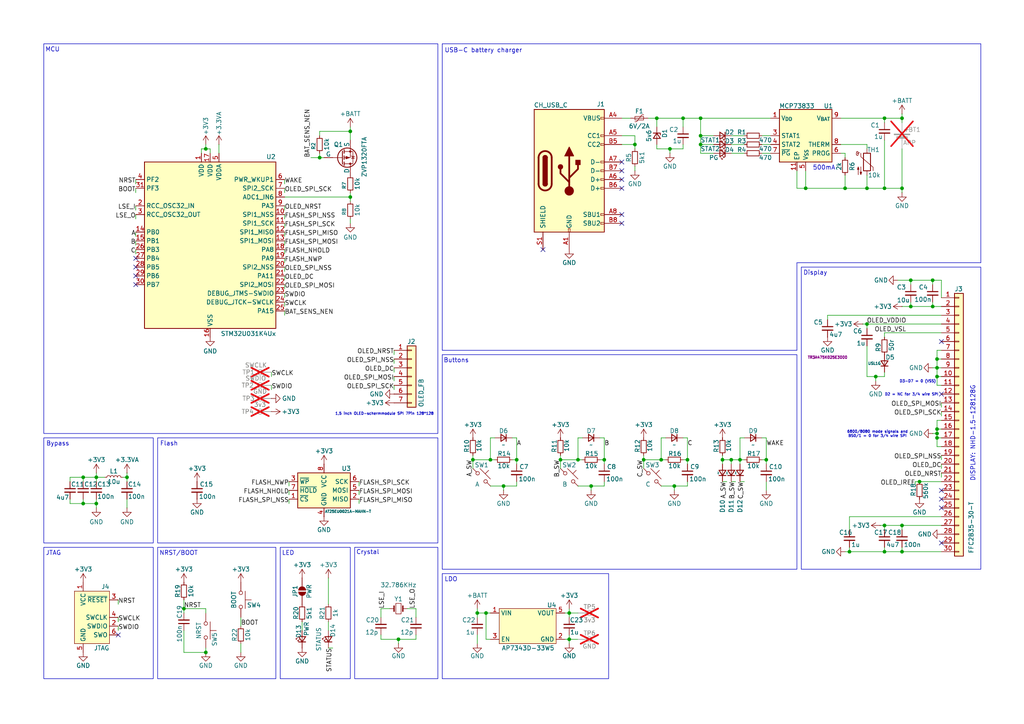
<source format=kicad_sch>
(kicad_sch (version 20250114) (generator "eeschema") (generator_version "9.0")
  (paper "A4")
  (rectangle (start 102.87 158.75) (end 127 196.85))
  (rectangle (start 128.27 102.87) (end 231.14 165.1))
  (rectangle (start 45.72 127) (end 127 157.48))
  (rectangle (start 45.72 158.75) (end 80.01 196.85))
  (rectangle (start 232.41 77.47) (end 284.48 165.1))
  (rectangle (start 12.7 12.7) (end 127 125.73))
  (rectangle (start 81.28 158.75) (end 101.6 196.85))
  (rectangle (start 12.7 158.75) (end 44.45 196.85))
  (rectangle (start 128.27 166.37) (end 176.53 196.85))
  (rectangle (start 12.7 127) (end 44.45 157.48))
  (text "LDO" (at 130.81 168.148 0) (effects (font (size 1.27 1.27))))
  (text "D3-D7 = 0 (VSS)" (at 266.192 110.744 0) (effects (font (size 0.762 0.762))))
  (text "MCU" (at 15.24 14.478 0) (effects (font (size 1.27 1.27))))
  (text "DISPLAY: https://nl.aliexpress.com/item/1005005039754957.html?spm=a2g0o.productlist.main.28.6ceaFg0hFg0hn5&algo_pvid=c510dd45-5260-4aa8-843d-e0720577f99c&algo_exp_id=c510dd45-5260-4aa8-843d-e0720577f99c-31&pdp_ext_f=%7B%22order%22%3A%22-1%22%2C%22eval%22%3A%221%22%7D&pdp_npi=6%40dis%21EUR%212.53%212.07%21%21%212.88%212.36%21%402103892f17553668013963929e3f58%2112000031419530217%21sea%21NL%210%21ABX%211%210%21n_tag%3A-29910%3Bm03_new_user%3A-29895&curPageLogUid=YYKFiAIGsFCS&utparam-url=scene%3Asearch%7Cquery_from%3A%7Cx_object_id%3A1005005039754957%7C_p_origin_prod%3A&_gl=1*lcgtoe*_gcl_aw*R0NMLjE3NTUzNjY3ODIuQ2owS0NRancySURGQmhEQ0FSSXNBQkRLT0o1QllkU0RhUVh5T2EzdXE4TjF1aE1iMkZDUldlV2w5dmZhNTAzWEtrSUtWYUhRNWQxVWl1QWFBcm9PRUFMd193Y0I.*_gcl_dc*R0NMLjE3NTUzNjY3ODIuQ2owS0NRancySURGQmhEQ0FSSXNBQkRLT0o1QllkU0RhUVh5T2EzdXE4TjF1aE1iMkZDUldlV2w5dmZhNTAzWEtrSUtWYUhRNWQxVWl1QWFBcm9PRUFMd193Y0I.*_gcl_au*ODc3MDc2NjQ0LjE3NTUwMDc5MjY.*_ga*MjE4NTczNTYuMTc1NTAwNzkyNg..*_ga_VED1YSGNC7*czE3NTUzNjY3ODEkbzMkZzEkdDE3NTUzNjY4MDYkajM1JGwwJGgw" (at 229.616 225.552 0) (effects (font (size 1.27 1.27))))
  (text "Buttons" (at 132.334 104.648 0) (effects (font (size 1.27 1.27))))
  (text "LED" (at 83.566 160.528 0) (effects (font (size 1.27 1.27))))
  (text "Bypass" (at 16.764 128.778 0) (effects (font (size 1.27 1.27))))
  (text "Display" (at 236.474 79.248 0) (effects (font (size 1.27 1.27))))
  (text "Crystal" (at 106.68 160.274 0) (effects (font (size 1.27 1.27))))
  (text "JTAG" (at 15.494 160.528 0) (effects (font (size 1.27 1.27))))
  (text "USB-C battery charger" (at 140.208 14.732 0) (effects (font (size 1.27 1.27))))
  (text "NRST/BOOT" (at 51.816 160.528 0) (effects (font (size 1.27 1.27))))
  (text "1,5 inch OLED-schermmodule SPI 7Pin 128*128" (at 111.506 120.142 0) (effects (font (size 0.762 0.762))))
  (text "TODO: new screen:\nhttps://nl.aliexpress.com/item/1005004627062444.html?spm=a2g0o.productlist.main.36.54fc78f6RvBB7m&algo_pvid=f09ef1d7-41b4-4f6c-afa2-21376e75d5b0&algo_exp_id=f09ef1d7-41b4-4f6c-afa2-21376e75d5b0-33&pdp_ext_f=%7B%22order%22%3A%226%22%2C%22eval%22%3A%221%22%7D&pdp_npi=6%40dis%21EUR%2112.92%219.69%21%21%2114.77%2111.08%21%40211b613917555063703722682e1782%2112000029886733619%21sea%21NL%210%21ABX%211%210%21n_tag%3A-29910%3Bm03_new_user%3A-29895&curPageLogUid=dXvszosHiHuP&utparam-url=scene%3Asearch%7Cquery_from%3A%7Cx_object_id%3A1005004627062444%7C_p_origin_prod%3A#nav-specification" (at 160.274 -13.208 0) (effects (font (size 1.27 1.27))))
  (text "Flash" (at 49.022 128.778 0) (effects (font (size 1.27 1.27))))
  (text "BUTTON TH: https://nl.aliexpress.com/item/1005007979809078.html?spm=a2g0o.productlist.main.14.2fce5f2fHvgxJ2&algo_pvid=09cd2de2-f964-4352-870e-b63273f354ae&algo_exp_id=09cd2de2-f964-4352-870e-b63273f354ae-13&pdp_ext_f=%7B%22order%22%3A%224%22%2C%22eval%22%3A%221%22%7D&pdp_npi=6%40dis%21EUR%211.66%211.66%21%21%2113.59%2113.59%21%40211b81a317553682396695093e8c96%2112000043133367373%21sea%21NL%210%21ABX%211%210%21n_tag%3A-29910%3Bm03_new_user%3A-29895&curPageLogUid=hFj4bu3uk2EK&utparam-url=scene%3Asearch%7Cquery_from%3A%7Cx_object_id%3A1005007979809078%7C_p_origin_prod%3A \nBUTTON SMD: https://nl.aliexpress.com/item/1005006143698367.html?spm=a2g0o.productlist.main.6.4ed0ed86ZMf8i9&algo_pvid=b5375587-45d2-4c5d-9255-b9686a4a1cc3&algo_exp_id=b5375587-45d2-4c5d-9255-b9686a4a1cc3-5&pdp_ext_f=%7B%22order%22%3A%226%22%2C%22eval%22%3A%221%22%7D&pdp_npi=6%40dis%21EUR%211.55%211.21%21%21%211.77%211.38%21%40211b807017553680554453268e1e05%2112000035957423223%21sea%21NL%210%21ABX%211%210%21n_tag%3A-29910%3Bm03_new_user%3A-29895&curPageLogUid=6lOuDZ6L9Qe9&utparam-url=scene%3Asearch%7Cquery_from%3A%7Cx_object_id%3A1005006143698367%7C_p_origin_prod%3A" (at 132.08 231.14 0) (effects (font (size 1.27 1.27))))
  (text "D2 = NC for 3/4 wire SPI" (at 264.414 114.554 0) (effects (font (size 0.762 0.762))))
  (text "DISPLAY: NHD-1.5-128128G\n" (at 282.194 125.73 90) (effects (font (size 1.27 1.27))))
  (text "6800/8080 mode signals and\nBS0/1 = 0 for 3/4 wire SPI" (at 254.508 125.984 0) (effects (font (size 0.762 0.762))))
  (text "500mA" (at 239.014 48.768 0) (effects (font (size 1.27 1.27))))
  (junction (at 92.71 45.72))
  (junction (at 270.51 88.9))
  (junction (at 146.05 140.97))
  (junction (at 264.16 81.28))
  (junction (at 203.2 34.29))
  (junction (at 184.15 41.91))
  (junction (at 261.62 152.4))
  (junction (at 256.54 54.61))
  (junction (at 261.62 54.61))
  (junction (at 165.1 185.42))
  (junction (at 254 109.22))
  (junction (at 214.63 133.35))
  (junction (at 246.38 160.02))
  (junction (at 251.46 93.98))
  (junction (at 162.56 133.35))
  (junction (at 142.24 133.35))
  (junction (at 203.2 41.91))
  (junction (at 256.54 160.02))
  (junction (at 167.64 133.35))
  (junction (at 149.86 133.35))
  (junction (at 271.78 125.73))
  (junction (at 209.55 133.35))
  (junction (at 191.77 133.35))
  (junction (at 212.09 133.35))
  (junction (at 195.58 140.97))
  (junction (at 233.68 54.61))
  (junction (at 271.78 109.22))
  (junction (at 27.94 146.05))
  (junction (at 270.51 81.28))
  (junction (at 264.16 88.9))
  (junction (at 138.43 177.8))
  (junction (at 203.2 39.37))
  (junction (at 199.39 133.35))
  (junction (at 101.6 38.1))
  (junction (at 137.16 133.35))
  (junction (at 59.69 43.18))
  (junction (at 175.26 133.35))
  (junction (at 24.13 138.43))
  (junction (at 198.12 34.29))
  (junction (at 115.57 185.42))
  (junction (at 266.7 139.7))
  (junction (at 190.5 34.29))
  (junction (at 59.69 189.23))
  (junction (at 261.62 160.02))
  (junction (at 271.78 106.68))
  (junction (at 171.45 140.97))
  (junction (at 261.62 34.29))
  (junction (at 256.54 34.29))
  (junction (at 27.94 138.43))
  (junction (at 251.46 54.61))
  (junction (at 101.6 57.15))
  (junction (at 186.69 133.35))
  (junction (at 271.78 104.14))
  (junction (at 165.1 177.8))
  (junction (at 245.11 54.61))
  (junction (at 271.78 127))
  (junction (at 53.34 176.53))
  (junction (at 140.97 177.8))
  (junction (at 271.78 124.46))
  (junction (at 194.31 43.18))
  (junction (at 24.13 146.05))
  (junction (at 256.54 152.4))
  (junction (at 36.83 138.43))
  (junction (at 222.25 133.35))
  (no_connect (at 39.37 77.47))
  (no_connect (at 273.05 99.06))
  (no_connect (at 273.05 157.48))
  (no_connect (at 180.34 54.61))
  (no_connect (at 180.34 62.23))
  (no_connect (at 39.37 82.55))
  (no_connect (at 273.05 144.78))
  (no_connect (at 180.34 52.07))
  (no_connect (at 180.34 46.99))
  (no_connect (at 157.48 72.39))
  (no_connect (at 39.37 74.93))
  (no_connect (at 273.05 114.3))
  (no_connect (at 34.29 184.15))
  (no_connect (at 180.34 64.77))
  (no_connect (at 39.37 80.01))
  (no_connect (at 273.05 147.32))
  (no_connect (at 273.05 142.24))
  (no_connect (at 180.34 49.53))
  (wire (pts (xy 167.64 127) (xy 167.64 133.35)))
  (wire (pts (xy 198.12 43.18) (xy 194.31 43.18)))
  (wire (pts (xy 271.78 111.76) (xy 271.78 109.22)))
  (wire (pts (xy 271.78 106.68) (xy 273.05 106.68)))
  (wire (pts (xy 240.03 92.71) (xy 240.03 91.44)))
  (wire (pts (xy 167.64 177.8) (xy 165.1 177.8)))
  (wire (pts (xy 110.49 185.42) (xy 115.57 185.42)))
  (wire (pts (xy 264.16 87.63) (xy 264.16 88.9)))
  (wire (pts (xy 83.82 140.97) (xy 83.82 139.7)))
  (wire (pts (xy 36.83 138.43) (xy 35.56 138.43)))
  (wire (pts (xy 198.12 36.83) (xy 198.12 34.29)))
  (wire (pts (xy 140.97 177.8) (xy 138.43 177.8)))
  (wire (pts (xy 255.27 152.4) (xy 256.54 152.4)))
  (wire (pts (xy 270.51 106.68) (xy 271.78 106.68)))
  (wire (pts (xy 118.11 176.53) (xy 120.65 176.53)))
  (wire (pts (xy 266.7 139.7) (xy 273.05 139.7)))
  (wire (pts (xy 82.55 76.2) (xy 82.55 74.93)))
  (wire (pts (xy 190.5 34.29) (xy 198.12 34.29)))
  (wire (pts (xy 138.43 176.53) (xy 138.43 177.8)))
  (wire (pts (xy 24.13 144.78) (xy 24.13 146.05)))
  (wire (pts (xy 142.24 127) (xy 143.51 127)))
  (wire (pts (xy 27.94 138.43) (xy 30.48 138.43)))
  (wire (pts (xy 114.3 110.49) (xy 114.3 109.22)))
  (wire (pts (xy 220.98 44.45) (xy 223.52 44.45)))
  (wire (pts (xy 222.25 133.35) (xy 222.25 134.62)))
  (wire (pts (xy 246.38 149.86) (xy 273.05 149.86)))
  (wire (pts (xy 220.98 41.91) (xy 223.52 41.91)))
  (wire (pts (xy 273.05 138.43) (xy 273.05 137.16)))
  (wire (pts (xy 261.62 153.67) (xy 261.62 152.4)))
  (wire (pts (xy 256.54 152.4) (xy 261.62 152.4)))
  (wire (pts (xy 203.2 41.91) (xy 207.01 41.91)))
  (wire (pts (xy 265.43 140.97) (xy 265.43 139.7)))
  (wire (pts (xy 149.86 140.97) (xy 149.86 139.7)))
  (wire (pts (xy 270.51 125.73) (xy 271.78 125.73)))
  (wire (pts (xy 27.94 138.43) (xy 27.94 139.7)))
  (wire (pts (xy 191.77 133.35) (xy 186.69 133.35)))
  (wire (pts (xy 270.51 81.28) (xy 264.16 81.28)))
  (wire (pts (xy 213.36 139.7) (xy 212.09 139.7)))
  (wire (pts (xy 198.12 133.35) (xy 199.39 133.35)))
  (wire (pts (xy 195.58 142.24) (xy 195.58 140.97)))
  (wire (pts (xy 114.3 105.41) (xy 114.3 104.14)))
  (polyline (pts (xy 231.14 101.6) (xy 231.14 76.2)))
  (wire (pts (xy 184.15 49.53) (xy 184.15 48.26)))
  (wire (pts (xy 271.78 104.14) (xy 273.05 104.14)))
  (wire (pts (xy 175.26 133.35) (xy 175.26 134.62)))
  (wire (pts (xy 142.24 133.35) (xy 137.16 133.35)))
  (wire (pts (xy 256.54 34.29) (xy 256.54 35.56)))
  (wire (pts (xy 137.16 133.35) (xy 137.16 135.89)))
  (wire (pts (xy 199.39 140.97) (xy 199.39 139.7)))
  (wire (pts (xy 101.6 64.77) (xy 101.6 63.5)))
  (wire (pts (xy 63.5 41.91) (xy 63.5 44.45)))
  (wire (pts (xy 82.55 60.96) (xy 82.55 59.69)))
  (wire (pts (xy 96.52 187.96) (xy 95.25 187.96)))
  (wire (pts (xy 142.24 127) (xy 142.24 133.35)))
  (wire (pts (xy 167.64 127) (xy 168.91 127)))
  (wire (pts (xy 184.15 41.91) (xy 184.15 39.37)))
  (wire (pts (xy 60.96 43.18) (xy 60.96 44.45)))
  (wire (pts (xy 220.98 127) (xy 222.25 127)))
  (wire (pts (xy 256.54 34.29) (xy 261.62 34.29)))
  (wire (pts (xy 142.24 133.35) (xy 143.51 133.35)))
  (wire (pts (xy 256.54 97.79) (xy 256.54 96.52)))
  (wire (pts (xy 82.55 68.58) (xy 82.55 67.31)))
  (wire (pts (xy 165.1 186.69) (xy 165.1 185.42)))
  (wire (pts (xy 58.42 44.45) (xy 58.42 43.18)))
  (wire (pts (xy 175.26 127) (xy 175.26 133.35)))
  (wire (pts (xy 92.71 38.1) (xy 92.71 39.37)))
  (wire (pts (xy 146.05 140.97) (xy 149.86 140.97)))
  (wire (pts (xy 209.55 134.62) (xy 209.55 133.35)))
  (wire (pts (xy 27.94 147.32) (xy 27.94 146.05)))
  (wire (pts (xy 149.86 127) (xy 149.86 133.35)))
  (wire (pts (xy 214.63 133.35) (xy 212.09 133.35)))
  (wire (pts (xy 114.3 102.87) (xy 114.3 101.6)))
  (wire (pts (xy 53.34 189.23) (xy 53.34 182.88)))
  (wire (pts (xy 203.2 41.91) (xy 203.2 44.45)))
  (wire (pts (xy 261.62 43.18) (xy 261.62 54.61)))
  (polyline (pts (xy 128.27 12.7) (xy 284.48 12.7)))
  (wire (pts (xy 251.46 93.98) (xy 250.19 93.98)))
  (polyline (pts (xy 128.27 12.7) (xy 128.27 101.6)))
  (wire (pts (xy 39.37 53.34) (xy 39.37 52.07)))
  (wire (pts (xy 198.12 127) (xy 199.39 127)))
  (wire (pts (xy 167.64 185.42) (xy 165.1 185.42)))
  (wire (pts (xy 115.57 185.42) (xy 120.65 185.42)))
  (wire (pts (xy 36.83 138.43) (xy 36.83 139.7)))
  (wire (pts (xy 266.7 139.7) (xy 265.43 139.7)))
  (wire (pts (xy 203.2 39.37) (xy 207.01 39.37)))
  (wire (pts (xy 165.1 177.8) (xy 165.1 179.07)))
  (wire (pts (xy 273.05 81.28) (xy 273.05 86.36)))
  (wire (pts (xy 190.5 34.29) (xy 190.5 36.83)))
  (wire (pts (xy 162.56 133.35) (xy 162.56 135.89)))
  (wire (pts (xy 203.2 34.29) (xy 203.2 39.37)))
  (wire (pts (xy 187.96 34.29) (xy 190.5 34.29)))
  (wire (pts (xy 273.05 111.76) (xy 271.78 111.76)))
  (wire (pts (xy 146.05 142.24) (xy 146.05 140.97)))
  (wire (pts (xy 261.62 54.61) (xy 256.54 54.61)))
  (wire (pts (xy 104.14 146.05) (xy 104.14 144.78)))
  (wire (pts (xy 173.99 127) (xy 175.26 127)))
  (wire (pts (xy 191.77 127) (xy 191.77 133.35)))
  (wire (pts (xy 246.38 160.02) (xy 256.54 160.02)))
  (wire (pts (xy 167.64 133.35) (xy 168.91 133.35)))
  (wire (pts (xy 271.78 109.22) (xy 273.05 109.22)))
  (wire (pts (xy 173.99 133.35) (xy 175.26 133.35)))
  (wire (pts (xy 256.54 109.22) (xy 256.54 107.95)))
  (wire (pts (xy 82.55 78.74) (xy 82.55 77.47)))
  (wire (pts (xy 59.69 176.53) (xy 59.69 177.8)))
  (wire (pts (xy 104.14 143.51) (xy 104.14 142.24)))
  (wire (pts (xy 245.11 160.02) (xy 246.38 160.02)))
  (wire (pts (xy 27.94 138.43) (xy 24.13 138.43)))
  (wire (pts (xy 212.09 134.62) (xy 212.09 133.35)))
  (wire (pts (xy 27.94 146.05) (xy 27.94 144.78)))
  (wire (pts (xy 39.37 71.12) (xy 39.37 69.85)))
  (wire (pts (xy 191.77 133.35) (xy 193.04 133.35)))
  (wire (pts (xy 264.16 81.28) (xy 264.16 82.55)))
  (wire (pts (xy 271.78 127) (xy 273.05 127)))
  (wire (pts (xy 256.54 96.52) (xy 273.05 96.52)))
  (wire (pts (xy 190.5 43.18) (xy 190.5 41.91)))
  (wire (pts (xy 110.49 179.07) (xy 110.49 176.53)))
  (wire (pts (xy 82.55 73.66) (xy 82.55 72.39)))
  (wire (pts (xy 270.51 88.9) (xy 264.16 88.9)))
  (wire (pts (xy 90.17 45.72) (xy 92.71 45.72)))
  (wire (pts (xy 92.71 45.72) (xy 92.71 44.45)))
  (wire (pts (xy 175.26 140.97) (xy 175.26 139.7)))
  (wire (pts (xy 256.54 158.75) (xy 256.54 160.02)))
  (wire (pts (xy 101.6 36.83) (xy 101.6 38.1)))
  (wire (pts (xy 39.37 60.96) (xy 39.37 59.69)))
  (wire (pts (xy 231.14 49.53) (xy 231.14 54.61)))
  (wire (pts (xy 149.86 133.35) (xy 149.86 134.62)))
  (wire (pts (xy 69.85 186.69) (xy 69.85 189.23)))
  (polyline (pts (xy 128.27 101.6) (xy 231.14 101.6)))
  (wire (pts (xy 271.78 104.14) (xy 271.78 106.68)))
  (wire (pts (xy 273.05 81.28) (xy 270.51 81.28)))
  (wire (pts (xy 273.05 135.89) (xy 273.05 134.62)))
  (wire (pts (xy 186.69 133.35) (xy 186.69 135.89)))
  (wire (pts (xy 82.55 66.04) (xy 82.55 64.77)))
  (wire (pts (xy 34.29 175.26) (xy 34.29 173.99)))
  (wire (pts (xy 203.2 44.45) (xy 207.01 44.45)))
  (wire (pts (xy 203.2 34.29) (xy 223.52 34.29)))
  (wire (pts (xy 256.54 153.67) (xy 256.54 152.4)))
  (wire (pts (xy 101.6 38.1) (xy 92.71 38.1)))
  (polyline (pts (xy 284.48 76.2) (xy 284.48 12.7)))
  (wire (pts (xy 171.45 140.97) (xy 175.26 140.97)))
  (wire (pts (xy 27.94 137.16) (xy 27.94 138.43)))
  (wire (pts (xy 270.51 88.9) (xy 273.05 88.9)))
  (wire (pts (xy 261.62 160.02) (xy 273.05 160.02)))
  (wire (pts (xy 260.35 81.28) (xy 264.16 81.28)))
  (wire (pts (xy 92.71 45.72) (xy 93.98 45.72)))
  (wire (pts (xy 34.29 180.34) (xy 34.29 179.07)))
  (wire (pts (xy 190.5 43.18) (xy 194.31 43.18)))
  (wire (pts (xy 171.45 142.24) (xy 171.45 140.97)))
  (wire (pts (xy 212.09 44.45) (xy 215.9 44.45)))
  (wire (pts (xy 162.56 132.08) (xy 162.56 133.35)))
  (wire (pts (xy 82.55 81.28) (xy 82.55 80.01)))
  (wire (pts (xy 251.46 93.98) (xy 273.05 93.98)))
  (wire (pts (xy 140.97 185.42) (xy 142.24 185.42)))
  (wire (pts (xy 251.46 95.25) (xy 251.46 93.98)))
  (wire (pts (xy 199.39 133.35) (xy 199.39 134.62)))
  (wire (pts (xy 270.51 87.63) (xy 270.51 88.9)))
  (wire (pts (xy 261.62 34.29) (xy 261.62 35.56)))
  (wire (pts (xy 191.77 127) (xy 193.04 127)))
  (wire (pts (xy 254 109.22) (xy 254 110.49)))
  (wire (pts (xy 82.55 55.88) (xy 82.55 54.61)))
  (wire (pts (xy 256.54 54.61) (xy 251.46 54.61)))
  (wire (pts (xy 271.78 124.46) (xy 273.05 124.46)))
  (wire (pts (xy 58.42 43.18) (xy 59.69 43.18)))
  (wire (pts (xy 245.11 54.61) (xy 233.68 54.61)))
  (wire (pts (xy 198.12 43.18) (xy 198.12 41.91)))
  (wire (pts (xy 214.63 133.35) (xy 215.9 133.35)))
  (wire (pts (xy 167.64 133.35) (xy 162.56 133.35)))
  (wire (pts (xy 137.16 132.08) (xy 137.16 133.35)))
  (wire (pts (xy 142.24 177.8) (xy 140.97 177.8)))
  (wire (pts (xy 53.34 176.53) (xy 53.34 177.8)))
  (wire (pts (xy 256.54 160.02) (xy 261.62 160.02)))
  (wire (pts (xy 251.46 50.8) (xy 251.46 54.61)))
  (wire (pts (xy 222.25 127) (xy 222.25 133.35)))
  (wire (pts (xy 95.25 167.64) (xy 95.25 175.26)))
  (wire (pts (xy 214.63 127) (xy 215.9 127)))
  (wire (pts (xy 148.59 127) (xy 149.86 127)))
  (wire (pts (xy 243.84 34.29) (xy 256.54 34.29)))
  (wire (pts (xy 115.57 186.69) (xy 115.57 185.42)))
  (wire (pts (xy 24.13 138.43) (xy 24.13 139.7)))
  (wire (pts (xy 167.64 140.97) (xy 171.45 140.97)))
  (wire (pts (xy 271.78 127) (xy 271.78 129.54)))
  (wire (pts (xy 82.55 57.15) (xy 101.6 57.15)))
  (wire (pts (xy 101.6 38.1) (xy 101.6 40.64)))
  (wire (pts (xy 240.03 91.44) (xy 273.05 91.44)))
  (wire (pts (xy 142.24 140.97) (xy 146.05 140.97)))
  (wire (pts (xy 82.55 88.9) (xy 82.55 87.63)))
  (wire (pts (xy 83.82 146.05) (xy 83.82 144.78)))
  (wire (pts (xy 251.46 109.22) (xy 254 109.22)))
  (wire (pts (xy 209.55 132.08) (xy 209.55 133.35)))
  (wire (pts (xy 231.14 54.61) (xy 233.68 54.61)))
  (wire (pts (xy 180.34 41.91) (xy 184.15 41.91)))
  (wire (pts (xy 199.39 127) (xy 199.39 133.35)))
  (wire (pts (xy 114.3 107.95) (xy 114.3 106.68)))
  (wire (pts (xy 194.31 44.45) (xy 194.31 43.18)))
  (wire (pts (xy 120.65 185.42) (xy 120.65 184.15)))
  (wire (pts (xy 138.43 184.15) (xy 138.43 186.69)))
  (wire (pts (xy 222.25 139.7) (xy 222.25 142.24)))
  (wire (pts (xy 83.82 143.51) (xy 83.82 142.24)))
  (wire (pts (xy 39.37 55.88) (xy 39.37 54.61)))
  (wire (pts (xy 20.32 138.43) (xy 20.32 139.7)))
  (wire (pts (xy 82.55 53.34) (xy 82.55 52.07)))
  (wire (pts (xy 39.37 68.58) (xy 39.37 67.31)))
  (wire (pts (xy 39.37 63.5) (xy 39.37 62.23)))
  (wire (pts (xy 20.32 144.78) (xy 20.32 146.05)))
  (wire (pts (xy 184.15 43.18) (xy 184.15 41.91)))
  (wire (pts (xy 261.62 33.02) (xy 261.62 34.29)))
  (wire (pts (xy 24.13 138.43) (xy 20.32 138.43)))
  (wire (pts (xy 220.98 133.35) (xy 222.25 133.35)))
  (wire (pts (xy 271.78 101.6) (xy 271.78 104.14)))
  (wire (pts (xy 261.62 152.4) (xy 273.05 152.4)))
  (wire (pts (xy 95.25 180.34) (xy 95.25 182.88)))
  (wire (pts (xy 273.05 118.11) (xy 273.05 116.84)))
  (wire (pts (xy 246.38 149.86) (xy 246.38 153.67)))
  (wire (pts (xy 39.37 73.66) (xy 39.37 72.39)))
  (wire (pts (xy 198.12 34.29) (xy 203.2 34.29)))
  (wire (pts (xy 82.55 86.36) (xy 82.55 85.09)))
  (wire (pts (xy 212.09 41.91) (xy 215.9 41.91)))
  (wire (pts (xy 148.59 133.35) (xy 149.86 133.35)))
  (wire (pts (xy 273.05 133.35) (xy 273.05 132.08)))
  (wire (pts (xy 214.63 127) (xy 214.63 133.35)))
  (wire (pts (xy 251.46 54.61) (xy 245.11 54.61)))
  (wire (pts (xy 220.98 39.37) (xy 223.52 39.37)))
  (wire (pts (xy 212.09 39.37) (xy 215.9 39.37)))
  (wire (pts (xy 186.69 132.08) (xy 186.69 133.35)))
  (wire (pts (xy 273.05 101.6) (xy 271.78 101.6)))
  (wire (pts (xy 110.49 184.15) (xy 110.49 185.42)))
  (wire (pts (xy 243.84 41.91) (xy 251.46 41.91)))
  (wire (pts (xy 69.85 179.07) (xy 69.85 181.61)))
  (wire (pts (xy 82.55 83.82) (xy 82.55 82.55)))
  (wire (pts (xy 233.68 49.53) (xy 233.68 54.61)))
  (wire (pts (xy 254 109.22) (xy 256.54 109.22)))
  (wire (pts (xy 245.11 50.8) (xy 245.11 54.61)))
  (wire (pts (xy 78.74 109.22) (xy 78.74 107.95)))
  (wire (pts (xy 214.63 134.62) (xy 214.63 133.35)))
  (wire (pts (xy 110.49 176.53) (xy 113.03 176.53)))
  (wire (pts (xy 34.29 182.88) (xy 34.29 181.61)))
  (wire (pts (xy 251.46 41.91) (xy 251.46 43.18)))
  (wire (pts (xy 212.09 133.35) (xy 209.55 133.35)))
  (wire (pts (xy 245.11 44.45) (xy 245.11 45.72)))
  (wire (pts (xy 82.55 63.5) (xy 82.55 62.23)))
  (wire (pts (xy 180.34 39.37) (xy 184.15 39.37)))
  (wire (pts (xy 138.43 177.8) (xy 138.43 179.07)))
  (wire (pts (xy 104.14 140.97) (xy 104.14 139.7)))
  (wire (pts (xy 261.62 88.9) (xy 264.16 88.9)))
  (wire (pts (xy 271.78 109.22) (xy 271.78 106.68)))
  (wire (pts (xy 53.34 176.53) (xy 59.69 176.53)))
  (wire (pts (xy 271.78 124.46) (xy 271.78 125.73)))
  (wire (pts (xy 271.78 121.92) (xy 271.78 124.46)))
  (wire (pts (xy 82.55 71.12) (xy 82.55 69.85)))
  (wire (pts (xy 251.46 100.33) (xy 251.46 109.22)))
  (wire (pts (xy 59.69 43.18) (xy 60.96 43.18)))
  (wire (pts (xy 165.1 185.42) (xy 163.83 185.42)))
  (wire (pts (xy 140.97 177.8) (xy 140.97 185.42)))
  (wire (pts (xy 24.13 146.05) (xy 20.32 146.05)))
  (wire (pts (xy 78.74 113.03) (xy 78.74 111.76)))
  (wire (pts (xy 210.82 139.7) (xy 209.55 139.7)))
  (wire (pts (xy 243.84 44.45) (xy 245.11 44.45)))
  (wire (pts (xy 87.63 180.34) (xy 87.63 182.88)))
  (wire (pts (xy 165.1 176.53) (xy 165.1 177.8)))
  (wire (pts (xy 271.78 129.54) (xy 273.05 129.54)))
  (wire (pts (xy 165.1 184.15) (xy 165.1 185.42)))
  (wire (pts (xy 273.05 120.65) (xy 273.05 119.38)))
  (wire (pts (xy 114.3 113.03) (xy 114.3 111.76)))
  (wire (pts (xy 53.34 173.99) (xy 53.34 176.53)))
  (wire (pts (xy 82.55 91.44) (xy 82.55 90.17)))
  (wire (pts (xy 261.62 158.75) (xy 261.62 160.02)))
  (wire (pts (xy 261.62 55.88) (xy 261.62 54.61)))
  (wire (pts (xy 120.65 176.53) (xy 120.65 179.07)))
  (wire (pts (xy 191.77 140.97) (xy 195.58 140.97)))
  (wire (pts (xy 101.6 55.88) (xy 101.6 57.15)))
  (wire (pts (xy 101.6 57.15) (xy 101.6 58.42)))
  (wire (pts (xy 270.51 81.28) (xy 270.51 82.55)))
  (wire (pts (xy 59.69 41.91) (xy 59.69 43.18)))
  (wire (pts (xy 163.83 177.8) (xy 165.1 177.8)))
  (wire (pts (xy 53.34 189.23) (xy 59.69 189.23)))
  (wire (pts (xy 27.94 146.05) (xy 24.13 146.05)))
  (wire (pts (xy 180.34 34.29) (xy 182.88 34.29)))
  (wire (pts (xy 256.54 40.64) (xy 256.54 54.61)))
  (wire (pts (xy 271.78 125.73) (xy 271.78 127)))
  (polyline (pts (xy 231.14 76.2) (xy 284.48 76.2)))
  (wire (pts (xy 36.83 137.16) (xy 36.83 138.43)))
  (wire (pts (xy 273.05 121.92) (xy 271.78 121.92)))
  (wire (pts (xy 246.38 158.75) (xy 246.38 160.02)))
  (wire (pts (xy 215.9 139.7) (xy 214.63 139.7)))
  (wire (pts (xy 36.83 147.32) (xy 36.83 144.78)))
  (wire (pts (xy 195.58 140.97) (xy 199.39 140.97)))
  (wire (pts (xy 203.2 39.37) (xy 203.2 41.91)))
  (wire (pts (xy 59.69 189.23) (xy 59.69 187.96)))
  (label "A" (at 149.86 129.54 0))
  (label "BOOT" (at 39.37 55.88 180))
  (label "NRST" (at 39.37 53.34 180))
  (label "B_SW" (at 213.36 139.7 270))
  (label "BOOT" (at 69.85 181.61 0))
  (label "SWCLK" (at 82.55 88.9 0))
  (label "OLED_SPI_SCK" (at 114.3 113.03 180))
  (label "FLASH_NHOLD" (at 83.82 143.51 180))
  (label "SWCLK" (at 78.74 109.22 0))
  (label "FLASH_SPI_NSS" (at 83.82 146.05 180))
  (label "NRST" (at 53.34 176.53 0))
  (label "WAKE" (at 222.25 129.54 0))
  (label "OLED_SPI_MOSI" (at 82.55 83.82 0))
  (label "FLASH_SPI_MOSI" (at 82.55 71.12 0))
  (label "FLASH_NWP" (at 82.55 76.2 0))
  (label "OLED_NRST" (at 114.3 102.87 180))
  (label "OLED_SPI_SCK" (at 273.05 120.65 180))
  (label "FLASH_NHOLD" (at 82.55 73.66 0))
  (label "OLED_SPI_NSS" (at 82.55 78.74 0))
  (label "OLED_SPI_MOSI" (at 114.3 110.49 180))
  (label "FLASH_SPI_NSS" (at 82.55 63.5 0))
  (label "C" (at 199.39 129.54 0))
  (label "FLASH_SPI_MOSI" (at 104.14 143.51 0))
  (label "OLED_SPI_NSS" (at 273.05 133.35 180))
  (label "LSE_O" (at 39.37 63.5 180))
  (label "NRST" (at 34.29 175.26 0))
  (label "LSE_I" (at 111.76 176.53 90))
  (label "B_SW" (at 162.56 133.35 270))
  (label "LSE_O" (at 120.65 176.53 90))
  (label "B" (at 175.26 129.54 0))
  (label "OLED_VDDIO" (at 262.89 93.98 180))
  (label "B" (at 39.37 71.12 180))
  (label "A_SW" (at 137.16 133.35 270))
  (label "STATUS" (at 96.52 187.96 270))
  (label "SWCLK" (at 34.29 180.34 0))
  (label "LSE_I" (at 39.37 60.96 180))
  (label "FLASH_SPI_SCK" (at 82.55 66.04 0))
  (label "FLASH_SPI_SCK" (at 104.14 140.97 0))
  (label "A_SW" (at 210.82 139.7 270))
  (label "C_SW" (at 215.9 139.7 270))
  (label "BAT_SENS_NEN" (at 82.55 91.44 0))
  (label "WAKE" (at 82.55 53.34 0))
  (label "C_SW" (at 186.69 133.35 270))
  (label "OLED_SPI_MOSI" (at 273.05 118.11 180))
  (label "BAT_SENS_NEN" (at 90.17 45.72 90))
  (label "OLED_SPI_SCK" (at 82.55 55.88 0))
  (label "FLASH_SPI_MISO" (at 104.14 146.05 0))
  (label "OLED_IREF" (at 265.43 140.97 180))
  (label "OLED_DC" (at 82.55 81.28 0))
  (label "SWDIO" (at 78.74 113.03 0))
  (label "SWDIO" (at 34.29 182.88 0))
  (label "SWDIO" (at 82.55 86.36 0))
  (label "OLED_SPI_NSS" (at 114.3 105.41 180))
  (label "OLED_VSL" (at 262.89 96.52 180))
  (label "FLASH_SPI_MISO" (at 82.55 68.58 0))
  (label "C" (at 39.37 73.66 180))
  (label "FLASH_NWP" (at 83.82 140.97 180))
  (label "OLED_NRST" (at 82.55 60.96 0))
  (label "A" (at 39.37 68.58 180))
  (label "OLED_DC" (at 273.05 135.89 180))
  (label "OLED_DC" (at 114.3 107.95 180))
  (label "OLED_NRST" (at 273.05 138.43 180))
  (symbol (lib_id "power:GND") (at 273.05 154.94 270) (unit 1)
    (property "Reference" "#PWR040" (effects (hide yes)))
    (property "Value" "GND" (at 268.224 154.94 90))
    (property "Description" "Power symbol creates a global label with name \"GND\" , ground" (effects (hide yes)))
  )
  (symbol (lib_id "Switch:SW_Push_45deg") (at 165.1 138.43 0) (unit 1) (in_bom no)
    (property "Reference" "SW2" (at 165.1 134.874 0))
    (property "Value" "B" (at 163.83 140.462 0))
    (property "Footprint" "Marijn:TSF-1178Z" (effects (hide yes)))
    (property "Description" "Push button switch, normally open, two pins, 45° tilted" (effects (hide yes)))
  )
  (symbol (lib_id "power:GND") (at 60.96 97.79 0) (unit 1)
    (property "Reference" "#PWR013" (effects (hide yes)))
    (property "Value" "GND" (at 60.96 101.854 0))
    (property "Description" "Power symbol creates a global label with name \"GND\" , ground" (effects (hide yes)))
  )
  (symbol (lib_id "power:GND") (at 138.43 186.69 0) (unit 1)
    (property "Reference" "#PWR050" (effects (hide yes)))
    (property "Value" "GND" (at 138.43 190.246 0))
    (property "Description" "Power symbol creates a global label with name \"GND\" , ground" (effects (hide yes)))
  )
  (symbol (lib_id "power:GND") (at 146.05 142.24 0) (unit 1)
    (property "Reference" "#PWR030" (effects (hide yes)))
    (property "Value" "GND" (at 146.05 146.05 0))
    (property "Description" "Power symbol creates a global label with name \"GND\" , ground" (effects (hide yes)))
  )
  (symbol (lib_id "power:GND") (at 87.63 187.96 0) (unit 1)
    (property "Reference" "#PWR052" (effects (hide yes)))
    (property "Value" "GND" (at 87.63 191.77 0))
    (property "Description" "Power symbol creates a global label with name \"GND\" , ground" (effects (hide yes)))
  )
  (symbol (lib_id "power:GND") (at 261.62 55.88 0) (unit 1)
    (property "Reference" "#PWR07" (effects (hide yes)))
    (property "Value" "GND" (at 261.62 59.69 0))
    (property "Description" "Power symbol creates a global label with name \"GND\" , ground" (effects (hide yes)))
  )
  (symbol (lib_id "power:GND") (at 115.57 186.69 0) (unit 1)
    (property "Reference" "#PWR049" (effects (hide yes)))
    (property "Value" "GND" (at 115.57 190.246 0))
    (property "Description" "Power symbol creates a global label with name \"GND\" , ground" (effects (hide yes)))
  )
  (symbol (lib_id "Device:C_Small") (at 261.62 156.21 0) (unit 1) (in_bom no)
    (property "Reference" "C18" (at 257.556 154.432 0) (effects (justify left)))
    (property "Value" "100n" (at 262.128 157.988 0) (effects (justify left)))
    (property "Footprint" "Capacitor_SMD:C_0603_1608Metric" (effects (hide yes)))
    (property "Description" "Unpolarized capacitor, small symbol" (effects (hide yes)))
  )
  (symbol (lib_id "Device:R_Small") (at 186.69 129.54 0) (unit 1) (in_bom no)
    (property "Reference" "R12" (at 184.912 131.318 90) (effects (justify left)))
    (property "Value" "10k" (at 188.468 131.064 90) (effects (justify left)))
    (property "Footprint" "Resistor_SMD:R_0603_1608Metric" (effects (hide yes)))
    (property "Description" "Resistor, small symbol" (effects (hide yes)))
  )
  (symbol (lib_id "Device:D_Small") (at 218.44 127 180) (unit 1)
    (property "Reference" "D9" (at 218.44 124.968 0))
    (property "Value" "~" (at 218.44 129.032 0))
    (property "Footprint" "Marijn:SOD-523F" (effects (hide yes)))
    (property "Datasheet" "https://eu.mouser.com/datasheet/2/80/CDBU0245_HF_RevB-2489203.pdf" (effects (hide yes)))
    (property "Description" "Diode, small symbol" (effects (hide yes)))
    (property "Sim.Device" "D" (effects (hide yes)))
    (property "Sim.Pins" "1=K 2=A" (effects (hide yes)))
    (property "mouser" " 750-CDBU0245 " (effects (hide yes)))
  )
  (symbol (lib_id "Device:LED_Small") (at 209.55 41.91 180) (unit 1)
    (property "Reference" "D3" (at 211.582 40.894 0))
    (property "Value" "STAT2" (at 205.994 43.18 0))
    (property "Footprint" "LED_SMD:LED_0603_1608Metric" (effects (hide yes)))
    (property "Description" "AMBER" (effects (hide yes)))
    (property "mouser" " 710-150060AS75000" (effects (hide yes)))
  )
  (symbol (lib_id "Device:C_Small") (at 251.46 97.79 0) (unit 1) (in_bom no)
    (property "Reference" "C6" (at 247.396 96.012 0) (effects (justify left)))
    (property "Value" "1u" (at 248.412 99.568 0) (effects (justify left)))
    (property "Footprint" "Capacitor_SMD:C_0603_1608Metric" (effects (hide yes)))
    (property "Description" "Unpolarized capacitor, small symbol" (effects (hide yes)))
  )
  (symbol (lib_id "power:GND") (at 171.45 142.24 0) (unit 1)
    (property "Reference" "#PWR031" (effects (hide yes)))
    (property "Value" "GND" (at 171.45 146.05 0))
    (property "Description" "Power symbol creates a global label with name \"GND\" , ground" (effects (hide yes)))
  )
  (symbol (lib_id "Device:D_Small") (at 214.63 137.16 90) (unit 1)
    (property "Reference" "D12" (at 214.63 146.812 0))
    (property "Value" "~" (at 213.36 137.16 0))
    (property "Footprint" "Marijn:SOD-523F" (effects (hide yes)))
    (property "Datasheet" "https://eu.mouser.com/datasheet/2/80/CDBU0245_HF_RevB-2489203.pdf" (effects (hide yes)))
    (property "Description" "Diode, small symbol" (effects (hide yes)))
    (property "Sim.Device" "D" (effects (hide yes)))
    (property "Sim.Pins" "1=K 2=A" (effects (hide yes)))
    (property "mouser" " 750-CDBU0245 " (effects (hide yes)))
  )
  (symbol (lib_id "power:GND") (at 36.83 147.32 0) (unit 1)
    (property "Reference" "#PWR037" (effects (hide yes)))
    (property "Value" "GND" (at 36.83 151.384 0))
    (property "Description" "Power symbol creates a global label with name \"GND\" , ground" (effects (hide yes)))
  )
  (symbol (lib_id "power:GND") (at 266.7 144.78 0) (unit 1)
    (property "Reference" "#PWR035" (effects (hide yes)))
    (property "Value" "GND" (at 266.7 148.59 0))
    (property "Description" "Power symbol creates a global label with name \"GND\" , ground" (effects (hide yes)))
  )
  (symbol (lib_id "Device:R_Small") (at 266.7 142.24 0) (unit 1) (in_bom no)
    (property "Reference" "R18" (at 264.922 144.018 90) (effects (justify left)))
    (property "Value" "560k" (at 268.478 144.78 90) (effects (justify left)))
    (property "Footprint" "Resistor_SMD:R_0603_1608Metric" (effects (hide yes)))
    (property "Description" "Resistor, small symbol" (effects (hide yes)))
  )
  (symbol (lib_id "Device:R_Small") (at 184.15 45.72 0) (unit 1)
    (property "Reference" "R5" (at 182.372 45.72 90))
    (property "Value" "5k1" (at 186.182 45.72 90))
    (property "Footprint" "Resistor_SMD:R_0603_1608Metric" (effects (hide yes)))
    (property "Description" "Resistor, small symbol" (effects (hide yes)))
    (property "LCSC" "C23186" (effects (hide yes)))
    (property "mouser" " 791-WR06X4700FTL" (effects (hide yes)))
  )
  (symbol (lib_id "power:+3V3") (at 24.13 168.91 0) (unit 1)
    (property "Reference" "#PWR044" (effects (hide yes)))
    (property "Value" "+3V3" (at 24.13 165.1 0))
    (property "Description" "Power symbol creates a global label with name \"+3V3\"" (effects (hide yes)))
  )
  (symbol (lib_id "power:+3V3") (at 162.56 127 0) (unit 1)
    (property "Reference" "#PWR023" (effects (hide yes)))
    (property "Value" "+3V3" (at 162.56 123.19 0))
    (property "Description" "Power symbol creates a global label with name \"+3V3\"" (effects (hide yes)))
  )
  (symbol (lib_id "Device:D_Small") (at 209.55 137.16 90) (unit 1)
    (property "Reference" "D10" (at 209.55 146.812 0))
    (property "Value" "~" (at 208.28 137.16 0))
    (property "Footprint" "Marijn:SOD-523F" (effects (hide yes)))
    (property "Datasheet" "https://eu.mouser.com/datasheet/2/80/CDBU0245_HF_RevB-2489203.pdf" (effects (hide yes)))
    (property "Description" "Diode, small symbol" (effects (hide yes)))
    (property "Sim.Device" "D" (effects (hide yes)))
    (property "Sim.Pins" "1=K 2=A" (effects (hide yes)))
    (property "mouser" " 750-CDBU0245 " (effects (hide yes)))
  )
  (symbol (lib_id "power:GND") (at 24.13 189.23 0) (unit 1)
    (property "Reference" "#PWR053" (effects (hide yes)))
    (property "Value" "GND" (at 24.13 193.04 0))
    (property "Description" "Power symbol creates a global label with name \"GND\" , ground" (effects (hide yes)))
  )
  (symbol (lib_id "Device:R_Small") (at 95.25 177.8 180) (unit 1)
    (property "Reference" "R21" (at 93.472 177.8 90))
    (property "Value" "1k" (at 97.282 177.8 90))
    (property "Footprint" "Resistor_SMD:R_0603_1608Metric" (effects (hide yes)))
    (property "Description" "Resistor, small symbol" (effects (hide yes)))
  )
  (symbol (lib_id "Device:R_Small") (at 245.11 48.26 180) (unit 1)
    (property "Reference" "R6" (at 247.142 48.26 90))
    (property "Value" "2k" (at 243.332 48.26 90))
    (property "Footprint" "Resistor_SMD:R_0603_1608Metric" (effects (hide yes)))
    (property "Description" "Resistor, small symbol" (effects (hide yes)))
    (property "LCSC" "C23186" (effects (hide yes)))
    (property "mouser" " 71-CRCW060310K0FKED" (effects (hide yes)))
  )
  (symbol (lib_id "Switch:SW_Push") (at 69.85 173.99 270) (unit 1)
    (property "Reference" "SW4" (at 73.66 175.514 90))
    (property "Value" "BOOT" (at 67.818 173.99 0))
    (property "Footprint" "Button_Switch_SMD:SW_SPST_PTS810" (effects (hide yes)))
    (property "Description" "Push button switch, generic, two pins" (effects (hide yes)))
    (property "LCSC" "C2681476" (effects (hide yes)))
  )
  (symbol (lib_id "Device:R_Small") (at 218.44 41.91 270) (unit 1)
    (property "Reference" "R3" (at 215.138 40.894 90))
    (property "Value" "470" (at 221.996 43.18 90))
    (property "Footprint" "Resistor_SMD:R_0603_1608Metric" (effects (hide yes)))
    (property "Description" "Resistor, small symbol" (effects (hide yes)))
    (property "LCSC" "C23186" (effects (hide yes)))
    (property "mouser" " 791-WR06X4700FTL" (effects (hide yes)))
  )
  (symbol (lib_id "Device:R_Small") (at 171.45 133.35 270) (unit 1) (in_bom no)
    (property "Reference" "R15" (at 169.672 131.572 90) (effects (justify left)))
    (property "Value" "10k" (at 169.672 135.128 90) (effects (justify left)))
    (property "Footprint" "Resistor_SMD:R_0603_1608Metric" (effects (hide yes)))
    (property "Description" "Resistor, small symbol" (effects (hide yes)))
  )
  (symbol (lib_id "Device:Battery_Cell") (at 261.62 40.64 0) (unit 1) (dnp yes)
    (property "Reference" "BT1" (at 263.398 37.592 0) (effects (justify left)))
    (property "Value" "APP" (at 261.874 41.402 0) (effects (justify left)))
    (property "Footprint" "Connector_PinHeader_2.54mm:PinHeader_1x02_P2.54mm_Vertical" (effects (hide yes)))
    (property "Description" "Single-cell battery" (effects (hide yes)))
  )
  (symbol (lib_id "Device:R_Small") (at 146.05 133.35 270) (unit 1) (in_bom no)
    (property "Reference" "R14" (at 144.272 131.572 90) (effects (justify left)))
    (property "Value" "10k" (at 144.272 135.128 90) (effects (justify left)))
    (property "Footprint" "Resistor_SMD:R_0603_1608Metric" (effects (hide yes)))
    (property "Description" "Resistor, small symbol" (effects (hide yes)))
  )
  (symbol (lib_id "Device:C_Small") (at 246.38 156.21 0) (unit 1) (in_bom no)
    (property "Reference" "C16" (at 243.332 154.432 0) (effects (justify left)))
    (property "Value" "1u" (at 246.888 157.988 0) (effects (justify left)))
    (property "Footprint" "Capacitor_SMD:C_0603_1608Metric" (effects (hide yes)))
    (property "Description" "Unpolarized capacitor, small symbol" (effects (hide yes)))
  )
  (symbol (lib_id "power:+3V3") (at 53.34 168.91 0) (mirror y) (unit 1)
    (property "Reference" "#PWR045" (effects (hide yes)))
    (property "Value" "+3V3" (at 53.34 165.1 0))
    (property "Description" "Power symbol creates a global label with name \"+3V3\"" (effects (hide yes)))
  )
  (symbol (lib_id "Device:C_Small") (at 149.86 137.16 0) (unit 1) (in_bom no)
    (property "Reference" "C7" (at 150.622 135.382 0) (effects (justify left)))
    (property "Value" "100n" (at 150.368 138.938 0) (effects (justify left)))
    (property "Footprint" "Capacitor_SMD:C_0603_1608Metric" (effects (hide yes)))
    (property "Description" "Unpolarized capacitor, small symbol" (effects (hide yes)))
  )
  (symbol (lib_id "Device:D_Small") (at 256.54 105.41 90) (unit 1)
    (property "Reference" "D5" (at 256.794 103.632 90) (effects (justify right)))
    (property "Value" "USL1G" (at 251.714 105.41 90) (effects (font (size 0.762 0.762)) (justify right)))
    (property "Footprint" "Diode_SMD:D_SOD-123F" (effects (hide yes)))
    (property "Description" "Diode, small symbol" (effects (hide yes)))
    (property "Sim.Device" "D" (effects (hide yes)))
    (property "Sim.Pins" "1=K 2=A" (effects (hide yes)))
  )
  (symbol (lib_id "power:GND") (at 93.98 149.86 0) (unit 1)
    (property "Reference" "#PWR038" (effects (hide yes)))
    (property "Value" "GND" (at 93.98 153.67 0))
    (property "Description" "Power symbol creates a global label with name \"GND\" , ground" (effects (hide yes)))
  )
  (symbol (lib_id "power:GND") (at 240.03 97.79 0) (unit 1)
    (property "Reference" "#PWR014" (effects (hide yes)))
    (property "Value" "GND" (at 240.03 101.6 0))
    (property "Description" "Power symbol creates a global label with name \"GND\" , ground" (effects (hide yes)))
  )
  (symbol (lib_id "Device:L_Small") (at 33.02 138.43 90) (unit 1)
    (property "Reference" "L1" (at 33.02 136.652 90))
    (property "Value" "10u" (at 33.02 139.7 90))
    (property "Footprint" "Inductor_SMD:L_0805_2012Metric" (effects (hide yes)))
    (property "Description" "Inductor, small symbol" (effects (hide yes)))
  )
  (symbol (lib_id "power:+3V3") (at 137.16 127 0) (unit 1)
    (property "Reference" "#PWR022" (effects (hide yes)))
    (property "Value" "+3V3" (at 137.16 123.19 0))
    (property "Description" "Power symbol creates a global label with name \"+3V3\"" (effects (hide yes)))
  )
  (symbol (lib_id "Device:C_Small") (at 53.34 180.34 180) (unit 1)
    (property "Reference" "C19" (at 52.07 175.514 90) (effects (justify left)))
    (property "Value" "100n" (at 52.07 181.356 90) (effects (justify left)))
    (property "Footprint" "Capacitor_SMD:C_0603_1608Metric" (effects (hide yes)))
    (property "Description" "Unpolarized capacitor, small symbol" (effects (hide yes)))
  )
  (symbol (lib_id "Jumper:SolderJumper_2_Open") (at 87.63 171.45 90) (unit 1) (in_bom no)
    (property "Reference" "JP1" (at 85.598 169.672 0) (effects (justify right)))
    (property "Value" "PWR" (at 89.662 169.418 0) (effects (justify right)))
    (property "Footprint" "Jumper:SolderJumper-2_P1.3mm_Open_TrianglePad1.0x1.5mm" (effects (hide yes)))
    (property "Description" "Solder Jumper, 2-pole, open" (effects (hide yes)))
  )
  (symbol (lib_id "Memory_EEPROM:AT25xxx-MA") (at 93.98 142.24 0) (unit 1)
    (property "Reference" "U3" (at 99.06 135.89 0) (effects (justify left)))
    (property "Value" "AT25EU0021A-MAHN-T" (at 94.234 148.336 0) (effects (font (size 0.762 0.762)) (justify left)))
    (property "Footprint" "Package_DFN_QFN:DFN-8-1EP_3x2mm_P0.5mm_EP1.75x1.45mm" (effects (hide yes)))
    (property "Datasheet" "http://ww1.microchip.com/downloads/en/DeviceDoc/Atmel-8707-SEEPROM-AT25010B-020B-040B-Datasheet.pdf" (effects (hide yes)))
    (property "Description" "Microchip SPI Serial EEPROM, DFN8" (effects (hide yes)))
  )
  (symbol (lib_id "Device:Polyfuse_Small") (at 185.42 34.29 90) (unit 1)
    (property "Reference" "F1" (at 185.42 32.258 90))
    (property "Value" "6V/2A" (at 185.42 36.576 90))
    (property "Footprint" "Fuse:Fuse_1206_3216Metric" (effects (hide yes)))
    (property "Description" "Resettable fuse, polymeric positive temperature coefficient, small symbol" (effects (hide yes)))
    (property "mouser" "504-PTS18126V260" (effects (hide yes)))
  )
  (symbol (lib_id "power:GND") (at 222.25 142.24 0) (unit 1)
    (property "Reference" "#PWR033" (effects (hide yes)))
    (property "Value" "GND" (at 222.25 146.05 0))
    (property "Description" "Power symbol creates a global label with name \"GND\" , ground" (effects (hide yes)))
  )
  (symbol (lib_id "Device:C_Small") (at 110.49 181.61 180) (unit 1)
    (property "Reference" "C20" (at 109.982 179.832 0) (effects (justify left)))
    (property "Value" "12p" (at 109.728 183.388 0) (effects (justify left)))
    (property "Footprint" "Capacitor_SMD:C_0603_1608Metric" (effects (hide yes)))
    (property "Description" "Unpolarized capacitor, small symbol" (effects (hide yes)))
  )
  (symbol (lib_id "Device:R_Small") (at 137.16 129.54 0) (unit 1) (in_bom no)
    (property "Reference" "R10" (at 135.382 131.318 90) (effects (justify left)))
    (property "Value" "10k" (at 138.938 131.064 90) (effects (justify left)))
    (property "Footprint" "Resistor_SMD:R_0603_1608Metric" (effects (hide yes)))
    (property "Description" "Resistor, small symbol" (effects (hide yes)))
  )
  (symbol (lib_id "power:GND") (at 165.1 186.69 0) (unit 1)
    (property "Reference" "#PWR051" (effects (hide yes)))
    (property "Value" "GND" (at 165.1 190.246 0))
    (property "Description" "Power symbol creates a global label with name \"GND\" , ground" (effects (hide yes)))
  )
  (symbol (lib_id "power:+3V3") (at 114.3 116.84 90) (unit 1)
    (property "Reference" "#PWR019" (effects (hide yes)))
    (property "Value" "+3V3" (at 108.712 116.84 90))
    (property "Description" "Power symbol creates a global label with name \"+3V3\"" (effects (hide yes)))
  )
  (symbol (lib_id "Device:C_Small") (at 264.16 85.09 0) (unit 1) (in_bom no)
    (property "Reference" "C3" (at 260.096 83.312 0) (effects (justify left)))
    (property "Value" "10u" (at 260.1052 87.0523 0) (effects (justify left)))
    (property "Footprint" "Capacitor_SMD:C_0603_1608Metric" (effects (hide yes)))
    (property "Description" "Unpolarized capacitor, small symbol" (effects (hide yes)))
  )
  (symbol (lib_id "MCU_ST_STM32U0:STM32U031K4Ux") (at 60.96 72.39 0) (unit 1)
    (property "Reference" "U2" (at 77.216 45.466 0) (effects (justify left)))
    (property "Value" "STM32U031K4Ux" (at 64.008 96.774 0) (effects (justify left)))
    (property "Footprint" "Package_DFN_QFN:QFN-32-1EP_5x5mm_P0.5mm_EP3.45x3.45mm" (effects (hide yes)))
    (property "Datasheet" "https://www.st.com/resource/en/datasheet/stm32u031k4.pdf" (effects (hide yes)))
    (property "Description" "STMicroelectronics Arm Cortex-M0+ MCU, 16KB flash, 12KB RAM, 27 GPIO, UFQFPN32" (effects (hide yes)))
    (pin "2" (alternate "RCC_OSC32_IN"))
    (pin "22" (alternate "SPI2_MOSI"))
    (pin "24" (alternate "DEBUG_JTCK-SWCLK"))
    (pin "10" (alternate "SPI1_NSS"))
    (pin "6" (alternate "PWR_WKUP1"))
    (pin "11" (alternate "SPI1_SCK"))
    (pin "23" (alternate "DEBUG_JTMS-SWDIO"))
    (pin "13" (alternate "SPI1_MOSI"))
    (pin "8" (alternate "ADC1_IN6"))
    (pin "7" (alternate "SPI2_SCK"))
    (pin "12" (alternate "SPI1_MISO"))
    (pin "20" (alternate "SPI2_NSS"))
    (pin "3" (alternate "RCC_OSC32_OUT"))
  )
  (symbol (lib_id "Switch:SW_Push_45deg") (at 189.23 138.43 0) (unit 1) (in_bom no)
    (property "Reference" "SW3" (at 189.23 134.874 0))
    (property "Value" "C" (at 187.96 140.462 0))
    (property "Footprint" "Marijn:TSF-1178Z" (effects (hide yes)))
    (property "Description" "Push button switch, normally open, two pins, 45° tilted" (effects (hide yes)))
  )
  (symbol (lib_id "Device:R_Small") (at 162.56 129.54 0) (unit 1) (in_bom no)
    (property "Reference" "R11" (at 160.782 131.318 90) (effects (justify left)))
    (property "Value" "10k" (at 164.338 131.064 90) (effects (justify left)))
    (property "Footprint" "Resistor_SMD:R_0603_1608Metric" (effects (hide yes)))
    (property "Description" "Resistor, small symbol" (effects (hide yes)))
  )
  (symbol (lib_id "Device:C_Small") (at 57.15 142.24 0) (unit 1) (in_bom no)
    (property "Reference" "C15" (at 57.912 140.462 0) (effects (justify left)))
    (property "Value" "100n" (at 57.658 144.018 0) (effects (justify left)))
    (property "Footprint" "Capacitor_SMD:C_0603_1608Metric" (effects (hide yes)))
    (property "Description" "Unpolarized capacitor, small symbol" (effects (hide yes)))
  )
  (symbol (lib_id "Device:C_Small") (at 20.32 142.24 0) (unit 1)
    (property "Reference" "C11" (at 20.574 140.462 0) (effects (justify left)))
    (property "Value" "4u7" (at 16.256 144.272 0) (effects (justify left)))
    (property "Footprint" "Capacitor_SMD:C_0603_1608Metric" (effects (hide yes)))
    (property "Description" "Unpolarized capacitor, small symbol" (effects (hide yes)))
  )
  (symbol (lib_id "Connector:TestPoint") (at 78.74 107.95 90) (unit 1) (dnp yes)
    (property "Reference" "TP1" (at 73.914 107.95 90) (effects (justify left)))
    (property "Value" "SWCLK" (at 77.47 105.918 90) (effects (justify left)))
    (property "Footprint" "TestPoint:TestPoint_Pad_D1.5mm" (effects (hide yes)))
    (property "Description" "test point" (effects (hide yes)))
  )
  (symbol (lib_id "Device:C_Small") (at 222.25 137.16 0) (unit 1) (in_bom no)
    (property "Reference" "C10" (at 223.012 135.382 0) (effects (justify left)))
    (property "Value" "100n" (at 222.758 138.938 0) (effects (justify left)))
    (property "Footprint" "Capacitor_SMD:C_0603_1608Metric" (effects (hide yes)))
    (property "Description" "Unpolarized capacitor, small symbol" (effects (hide yes)))
  )
  (symbol (lib_id "Simulation_SPICE:PMOS") (at 99.06 45.72 0) (mirror x) (unit 1)
    (property "Reference" "Q1" (at 96.774 41.91 0) (effects (justify left)))
    (property "Value" "ZVP1320FTA" (at 105.664 39.624 90) (effects (justify left)))
    (property "Footprint" "Marijn:SOT-323" (effects (hide yes)))
    (property "Datasheet" "https://ngspice.sourceforge.io/docs/ngspice-html-manual/manual.xhtml#cha_MOSFETs" (effects (hide yes)))
    (property "Description" "P-MOSFET transistor, drain/source/gate" (effects (hide yes)))
    (property "Sim.Device" "PMOS" (effects (hide yes)))
    (property "Sim.Type" "VDMOS" (effects (hide yes)))
    (property "Sim.Pins" "1=D 2=G 3=S" (effects (hide yes)))
    (property "mouser" " 522-ZVP1320FTA " (effects (hide yes)))
  )
  (symbol (lib_id "power:GND") (at 270.51 125.73 270) (unit 1)
    (property "Reference" "#PWR021" (effects (hide yes)))
    (property "Value" "GND" (at 265.684 125.73 90))
    (property "Description" "Power symbol creates a global label with name \"GND\" , ground" (effects (hide yes)))
  )
  (symbol (lib_id "Device:R_Small") (at 87.63 177.8 180) (unit 1)
    (property "Reference" "R20" (at 85.852 177.8 90))
    (property "Value" "5k1" (at 89.662 177.8 90))
    (property "Footprint" "Resistor_SMD:R_0603_1608Metric" (effects (hide yes)))
    (property "Description" "Resistor, small symbol" (effects (hide yes)))
  )
  (symbol (lib_id "power:+3.3VA") (at 36.83 137.16 0) (unit 1)
    (property "Reference" "#PWR028" (effects (hide yes)))
    (property "Value" "+3.3VA" (at 36.83 133.35 0))
    (property "Description" "Power symbol creates a global label with name \"+3.3VA\"" (effects (hide yes)))
  )
  (symbol (lib_id "power:GND") (at 165.1 72.39 0) (unit 1)
    (property "Reference" "#PWR09" (effects (hide yes)))
    (property "Value" "GND" (at 165.1 76.2 0))
    (property "Description" "Power symbol creates a global label with name \"GND\" , ground" (effects (hide yes)))
  )
  (symbol (lib_id "power:+3V3") (at 186.69 127 0) (unit 1)
    (property "Reference" "#PWR024" (effects (hide yes)))
    (property "Value" "+3V3" (at 186.69 123.19 0))
    (property "Description" "Power symbol creates a global label with name \"+3V3\"" (effects (hide yes)))
  )
  (symbol (lib_id "Connector_Generic:Conn_01x30") (at 278.13 121.92 0) (unit 1)
    (property "Reference" "J3" (at 276.86 83.82 0) (effects (justify left)))
    (property "Value" "FFC2B35-30-T" (at 281.686 160.528 90) (effects (justify left)))
    (property "Footprint" "Marijn:FFC2B35-30" (effects (hide yes)))
    (property "Description" "Generic connector, single row, 01x30, script generated (kicad-library-utils/schlib/autogen/connector/)" (effects (hide yes)))
  )
  (symbol (lib_id "Connector:TestPoint") (at 78.74 115.57 90) (unit 1) (dnp yes)
    (property "Reference" "TP3" (at 73.914 115.57 90) (effects (justify left)))
    (property "Value" "GND" (at 77.47 113.538 90) (effects (justify left)))
    (property "Footprint" "TestPoint:TestPoint_Pad_D1.5mm" (effects (hide yes)))
    (property "Description" "test point" (effects (hide yes)))
  )
  (symbol (lib_id "power:+3V3") (at 78.74 119.38 270) (unit 1)
    (property "Reference" "#PWR020" (effects (hide yes)))
    (property "Value" "+3V3" (at 84.328 119.38 90))
    (property "Description" "Power symbol creates a global label with name \"+3V3\"" (effects (hide yes)))
  )
  (symbol (lib_id "Device:C_Small") (at 199.39 137.16 0) (unit 1) (in_bom no)
    (property "Reference" "C9" (at 200.152 135.382 0) (effects (justify left)))
    (property "Value" "100n" (at 199.898 138.938 0) (effects (justify left)))
    (property "Footprint" "Capacitor_SMD:C_0603_1608Metric" (effects (hide yes)))
    (property "Description" "Unpolarized capacitor, small symbol" (effects (hide yes)))
  )
  (symbol (lib_id "power:GND") (at 59.69 189.23 0) (unit 1)
    (property "Reference" "#PWR054" (effects (hide yes)))
    (property "Value" "GND" (at 59.69 193.04 0))
    (property "Description" "Power symbol creates a global label with name \"GND\" , ground" (effects (hide yes)))
  )
  (symbol (lib_name "R_Small_2") (lib_id "Device:R_Small") (at 101.6 53.34 0) (unit 1)
    (property "Reference" "R7" (at 99.822 54.864 90) (effects (font (size 1.016 1.016)) (justify left)))
    (property "Value" "10k" (at 103.632 55.118 90) (effects (justify left)))
    (property "Footprint" "Resistor_SMD:R_0603_1608Metric" (effects (hide yes)))
    (property "Description" "Resistor, small symbol" (effects (hide yes)))
  )
  (symbol (lib_id "Device:C_Small") (at 138.43 181.61 180) (unit 1)
    (property "Reference" "C22" (at 137.922 179.832 0) (effects (justify left)))
    (property "Value" "1u" (at 137.668 183.388 0) (effects (justify left)))
    (property "Footprint" "Capacitor_SMD:C_0603_1608Metric" (effects (hide yes)))
    (property "Description" "Unpolarized capacitor, small symbol" (effects (hide yes)))
  )
  (symbol (lib_id "power:+3V3") (at 165.1 176.53 0) (mirror y) (unit 1)
    (property "Reference" "#PWR048" (effects (hide yes)))
    (property "Value" "+3V3" (at 165.1 172.72 0))
    (property "Description" "Power symbol creates a global label with name \"+3V3\"" (effects (hide yes)))
  )
  (symbol (lib_id "Connector:TestPoint") (at 167.64 177.8 270) (unit 1) (dnp yes)
    (property "Reference" "TP5" (at 169.164 176.022 90) (effects (justify left)))
    (property "Value" "3v3" (at 169.164 179.832 90) (effects (justify left)))
    (property "Footprint" "TestPoint:TestPoint_Pad_D1.5mm" (effects (hide yes)))
    (property "Description" "test point" (effects (hide yes)))
  )
  (symbol (lib_id "Device:R_Small") (at 218.44 39.37 270) (unit 1)
    (property "Reference" "R1" (at 215.138 38.354 90))
    (property "Value" "470" (at 221.996 40.64 90))
    (property "Footprint" "Resistor_SMD:R_0603_1608Metric" (effects (hide yes)))
    (property "Description" "Resistor, small symbol" (effects (hide yes)))
    (property "LCSC" "C23186" (effects (hide yes)))
    (property "mouser" " 791-WR06X4700FTL" (effects (hide yes)))
  )
  (symbol (lib_id "power:GND") (at 254 110.49 0) (unit 1)
    (property "Reference" "#PWR016" (effects (hide yes)))
    (property "Value" "GND" (at 254 114.3 0))
    (property "Description" "Power symbol creates a global label with name \"GND\" , ground" (effects (hide yes)))
  )
  (symbol (lib_id "Marijn:AP7343D-33W5") (at 161.29 176.53 0) (unit 1)
    (property "Reference" "U4" (at 160.02 175.514 0))
    (property "Value" "AP7343D-33W5" (at 153.162 187.96 0))
    (property "Footprint" "Marijn:SOT-25" (effects (hide yes)))
    (property "Datasheet" "https://stm32-base.org/assets/pdf/regulators/AP7343.pdf" (effects (hide yes)))
    (property "Description" "5v -> 3v3" (effects (hide yes)))
  )
  (symbol (lib_id "power:GND") (at 194.31 44.45 0) (unit 1)
    (property "Reference" "#PWR05" (effects (hide yes)))
    (property "Value" "GND" (at 194.31 48.26 0))
    (property "Description" "Power symbol creates a global label with name \"GND\" , ground" (effects (hide yes)))
  )
  (symbol (lib_id "Battery_Management:MCP73833-xxx-MF") (at 233.68 39.37 0) (unit 1)
    (property "Reference" "U1" (at 240.284 30.734 0))
    (property "Value" "MCP73833" (at 231.14 30.734 0))
    (property "Footprint" "Package_DFN_QFN:DFN-10-1EP_3x3mm_P0.5mm_EP1.58x2.35mm" (effects (hide yes)))
    (property "Datasheet" "https://ww1.microchip.com/downloads/aemDocuments/documents/OTH/ProductDocuments/DataSheets/22005b.pdf" (effects (hide yes)))
    (property "Description" "Stand-Alone Linear Li-Ion / Li-Polymer Charge Management Controller, DFN-10" (effects (hide yes)))
    (property "mouser" " 579-MCP73833T-AMI/MF" (effects (hide yes)))
  )
  (symbol (lib_id "Device:D_Small") (at 171.45 127 180) (unit 1)
    (property "Reference" "D7" (at 171.45 124.968 0))
    (property "Value" "~" (at 171.45 129.032 0))
    (property "Footprint" "Marijn:SOD-523F" (effects (hide yes)))
    (property "Datasheet" "https://eu.mouser.com/datasheet/2/80/CDBU0245_HF_RevB-2489203.pdf" (effects (hide yes)))
    (property "Description" "Diode, small symbol" (effects (hide yes)))
    (property "Sim.Device" "D" (effects (hide yes)))
    (property "Sim.Pins" "1=K 2=A" (effects (hide yes)))
    (property "mouser" " 750-CDBU0245 " (effects (hide yes)))
  )
  (symbol (lib_id "Switch:SW_Push_45deg") (at 139.7 138.43 0) (unit 1) (in_bom no)
    (property "Reference" "SW1" (at 139.7 134.874 0))
    (property "Value" "A" (at 138.43 140.462 0))
    (property "Footprint" "Marijn:TSF-1178Z" (effects (hide yes)))
    (property "Description" "Push button switch, normally open, two pins, 45° tilted" (effects (hide yes)))
  )
  (symbol (lib_id "power:GND") (at 270.51 106.68 270) (unit 1)
    (property "Reference" "#PWR015" (effects (hide yes)))
    (property "Value" "GND" (at 265.684 106.68 90))
    (property "Description" "Power symbol creates a global label with name \"GND\" , ground" (effects (hide yes)))
  )
  (symbol (lib_name "R_Small_2") (lib_id "Device:R_Small") (at 92.71 41.91 0) (unit 1)
    (property "Reference" "R2" (at 90.932 43.434 90) (effects (font (size 1.016 1.016)) (justify left)))
    (property "Value" "10k" (at 94.742 43.688 90) (effects (justify left)))
    (property "Footprint" "Resistor_SMD:R_0603_1608Metric" (effects (hide yes)))
    (property "Description" "Resistor, small symbol" (effects (hide yes)))
  )
  (symbol (lib_id "power:GND") (at 27.94 147.32 0) (unit 1)
    (property "Reference" "#PWR036" (effects (hide yes)))
    (property "Value" "GND" (at 27.94 151.384 0))
    (property "Description" "Power symbol creates a global label with name \"GND\" , ground" (effects (hide yes)))
  )
  (symbol (lib_id "power:+3.3VA") (at 63.5 41.91 0) (unit 1)
    (property "Reference" "#PWR04" (effects (hide yes)))
    (property "Value" "+3.3VA" (at 63.5 35.814 90))
    (property "Description" "Power symbol creates a global label with name \"+3.3VA\"" (effects (hide yes)))
  )
  (symbol (lib_id "Device:C_Small") (at 24.13 142.24 0) (unit 1)
    (property "Reference" "C12" (at 24.384 140.462 0) (effects (justify left)))
    (property "Value" "100n" (effects (hide yes)))
    (property "Footprint" "Capacitor_SMD:C_0603_1608Metric" (effects (hide yes)))
    (property "Description" "Unpolarized capacitor, small symbol" (effects (hide yes)))
  )
  (symbol (lib_id "power:+BATT") (at 261.62 33.02 0) (unit 1)
    (property "Reference" "#PWR01" (effects (hide yes)))
    (property "Value" "+BATT" (at 261.62 29.21 0))
    (property "Description" "Power symbol creates a global label with name \"+BATT\"" (effects (hide yes)))
  )
  (symbol (lib_id "Device:Thermistor_NTC") (at 251.46 46.99 0) (unit 1)
    (property "Reference" "TH1" (at 251.46 43.434 0) (effects (justify left)))
    (property "Value" "10k" (at 251.714 50.8 0) (effects (justify left)))
    (property "Footprint" "Resistor_SMD:R_0603_1608Metric" (effects (hide yes)))
    (property "Description" "Temperature dependent resistor, negative temperature coefficient" (effects (hide yes)))
    (property "mouser" " 667-ERT-J1VR103J" (effects (hide yes)))
  )
  (symbol (lib_id "Device:D_Small") (at 195.58 127 180) (unit 1)
    (property "Reference" "D8" (at 195.58 124.968 0))
    (property "Value" "~" (at 195.58 129.032 0))
    (property "Footprint" "Marijn:SOD-523F" (effects (hide yes)))
    (property "Datasheet" "https://eu.mouser.com/datasheet/2/80/CDBU0245_HF_RevB-2489203.pdf" (effects (hide yes)))
    (property "Description" "Diode, small symbol" (effects (hide yes)))
    (property "Sim.Device" "D" (effects (hide yes)))
    (property "Sim.Pins" "1=K 2=A" (effects (hide yes)))
    (property "mouser" " 750-CDBU0245 " (effects (hide yes)))
  )
  (symbol (lib_id "Connector:TestPoint") (at 167.64 185.42 270) (unit 1) (dnp yes)
    (property "Reference" "TP6" (at 169.164 183.642 90) (effects (justify left)))
    (property "Value" "GND" (at 168.91 187.452 90) (effects (justify left)))
    (property "Footprint" "TestPoint:TestPoint_Pad_D1.5mm" (effects (hide yes)))
    (property "Description" "test point" (effects (hide yes)))
  )
  (symbol (lib_id "Device:D_Small") (at 212.09 137.16 90) (unit 1)
    (property "Reference" "D11" (at 212.09 146.812 0))
    (property "Value" "~" (at 210.82 137.16 0))
    (property "Footprint" "Marijn:SOD-523F" (effects (hide yes)))
    (property "Datasheet" "https://eu.mouser.com/datasheet/2/80/CDBU0245_HF_RevB-2489203.pdf" (effects (hide yes)))
    (property "Description" "Diode, small symbol" (effects (hide yes)))
    (property "Sim.Device" "D" (effects (hide yes)))
    (property "Sim.Pins" "1=K 2=A" (effects (hide yes)))
    (property "mouser" " 750-CDBU0245 " (effects (hide yes)))
  )
  (symbol (lib_id "Device:C_Small") (at 256.54 156.21 0) (unit 1) (in_bom no)
    (property "Reference" "C17" (at 253.492 154.432 0) (effects (justify left)))
    (property "Value" "4u7" (at 257.048 157.988 0) (effects (justify left)))
    (property "Footprint" "Capacitor_SMD:C_0603_1608Metric" (effects (hide yes)))
    (property "Description" "Unpolarized capacitor, small symbol" (effects (hide yes)))
  )
  (symbol (lib_id "Device:C_Small") (at 27.94 142.24 0) (unit 1)
    (property "Reference" "C13" (at 28.194 140.462 0) (effects (justify left)))
    (property "Value" "100n" (at 28.194 144.018 0) (effects (justify left)))
    (property "Footprint" "Capacitor_SMD:C_0603_1608Metric" (effects (hide yes)))
    (property "Description" "Unpolarized capacitor, small symbol" (effects (hide yes)))
  )
  (symbol (lib_id "power:+BATT") (at 138.43 176.53 0) (unit 1)
    (property "Reference" "#PWR047" (effects (hide yes)))
    (property "Value" "+BATT" (at 138.43 172.72 0))
    (property "Description" "Power symbol creates a global label with name \"+BATT\"" (effects (hide yes)))
  )
  (symbol (lib_id "Switch:SW_Push") (at 59.69 182.88 270) (unit 1)
    (property "Reference" "SW5" (at 62.23 185.42 0))
    (property "Value" "NRST" (at 57.658 182.88 0))
    (property "Footprint" "Button_Switch_SMD:SW_SPST_PTS810" (effects (hide yes)))
    (property "Description" "Push button switch, generic, two pins" (effects (hide yes)))
    (property "LCSC" "C2681476" (effects (hide yes)))
  )
  (symbol (lib_id "Device:LED_Small") (at 95.25 185.42 90) (unit 1)
    (property "Reference" "D14" (at 96.52 182.88 0))
    (property "Value" "STATUS" (at 92.456 185.42 0))
    (property "Footprint" "LED_SMD:LED_0603_1608Metric" (effects (hide yes)))
    (property "Description" "BLUE" (effects (hide yes)))
    (property "mouser" " 710-150060AS75000" (effects (hide yes)))
  )
  (symbol (lib_id "power:+3V3") (at 27.94 137.16 0) (unit 1)
    (property "Reference" "#PWR027" (effects (hide yes)))
    (property "Value" "+3V3" (at 27.94 133.35 0))
    (property "Description" "Power symbol creates a global label with name \"+3V3\"" (effects (hide yes)))
  )
  (symbol (lib_id "power:+3V3") (at 69.85 168.91 0) (mirror y) (unit 1)
    (property "Reference" "#PWR046" (effects (hide yes)))
    (property "Value" "+3V3" (at 69.85 165.1 0))
    (property "Description" "Power symbol creates a global label with name \"+3V3\"" (effects (hide yes)))
  )
  (symbol (lib_id "Device:C_Small") (at 165.1 181.61 180) (unit 1)
    (property "Reference" "C23" (at 169.164 179.832 0) (effects (justify left)))
    (property "Value" "1u" (at 167.894 183.388 0) (effects (justify left)))
    (property "Footprint" "Capacitor_SMD:C_0603_1608Metric" (effects (hide yes)))
    (property "Description" "Unpolarized capacitor, small symbol" (effects (hide yes)))
  )
  (symbol (lib_id "power:GND") (at 260.35 81.28 270) (unit 1)
    (property "Reference" "#PWR010" (effects (hide yes)))
    (property "Value" "GND" (at 255.524 81.28 90))
    (property "Description" "Power symbol creates a global label with name \"GND\" , ground" (effects (hide yes)))
  )
  (symbol (lib_id "power:GND") (at 114.3 114.3 270) (unit 1)
    (property "Reference" "#PWR017" (effects (hide yes)))
    (property "Value" "GND" (at 109.22 114.3 90))
    (property "Description" "Power symbol creates a global label with name \"GND\" , ground" (effects (hide yes)))
  )
  (symbol (lib_id "power:GND") (at 57.15 144.78 0) (unit 1)
    (property "Reference" "#PWR034" (effects (hide yes)))
    (property "Value" "GND" (at 57.15 148.59 0))
    (property "Description" "Power symbol creates a global label with name \"GND\" , ground" (effects (hide yes)))
  )
  (symbol (lib_id "power:+3V3") (at 255.27 152.4 90) (unit 1)
    (property "Reference" "#PWR039" (effects (hide yes)))
    (property "Value" "+3V3" (at 249.682 152.4 90))
    (property "Description" "Power symbol creates a global label with name \"+3V3\"" (effects (hide yes)))
  )
  (symbol (lib_id "power:GND") (at 78.74 115.57 90) (unit 1)
    (property "Reference" "#PWR018" (effects (hide yes)))
    (property "Value" "GND" (at 83.82 115.57 90))
    (property "Description" "Power symbol creates a global label with name \"GND\" , ground" (effects (hide yes)))
  )
  (symbol (lib_id "Device:R_Small") (at 218.44 44.45 270) (unit 1)
    (property "Reference" "R4" (at 215.138 43.434 90))
    (property "Value" "470" (at 221.996 45.72 90))
    (property "Footprint" "Resistor_SMD:R_0603_1608Metric" (effects (hide yes)))
    (property "Description" "Resistor, small symbol" (effects (hide yes)))
    (property "LCSC" "C23186" (effects (hide yes)))
    (property "mouser" " 791-WR06X4700FTL" (effects (hide yes)))
  )
  (symbol (lib_id "Connector:TestPoint") (at 78.74 119.38 90) (unit 1) (dnp yes)
    (property "Reference" "TP4" (at 73.66 119.38 90) (effects (justify left)))
    (property "Value" "3v3" (at 77.216 117.348 90) (effects (justify left)))
    (property "Footprint" "TestPoint:TestPoint_Pad_D1.5mm" (effects (hide yes)))
    (property "Description" "test point" (effects (hide yes)))
  )
  (symbol (lib_id "Device:R_Small") (at 209.55 129.54 0) (unit 1) (in_bom no)
    (property "Reference" "R13" (at 207.772 131.318 90) (effects (justify left)))
    (property "Value" "10k" (at 211.328 131.064 90) (effects (justify left)))
    (property "Footprint" "Resistor_SMD:R_0603_1608Metric" (effects (hide yes)))
    (property "Description" "Resistor, small symbol" (effects (hide yes)))
  )
  (symbol (lib_id "Device:D_Small") (at 146.05 127 180) (unit 1)
    (property "Reference" "D6" (at 146.05 124.968 0))
    (property "Value" "~" (at 146.05 129.032 0))
    (property "Footprint" "Marijn:SOD-523F" (effects (hide yes)))
    (property "Datasheet" "https://eu.mouser.com/datasheet/2/80/CDBU0245_HF_RevB-2489203.pdf" (effects (hide yes)))
    (property "Description" "Diode, small symbol" (effects (hide yes)))
    (property "Sim.Device" "D" (effects (hide yes)))
    (property "Sim.Pins" "1=K 2=A" (effects (hide yes)))
    (property "mouser" " 750-CDBU0245 " (effects (hide yes)))
  )
  (symbol (lib_id "power:+3V3") (at 261.62 88.9 90) (unit 1)
    (property "Reference" "#PWR011" (effects (hide yes)))
    (property "Value" "+3V3" (at 256.032 88.9 90))
    (property "Description" "Power symbol creates a global label with name \"+3V3\"" (effects (hide yes)))
  )
  (symbol (lib_id "Device:LED_Small") (at 209.55 39.37 180) (unit 1)
    (property "Reference" "D2" (at 211.582 38.354 0))
    (property "Value" "STAT1" (at 205.994 40.64 0))
    (property "Footprint" "LED_SMD:LED_0603_1608Metric" (effects (hide yes)))
    (property "Description" "AMBER" (effects (hide yes)))
    (property "mouser" " 710-150060AS75000" (effects (hide yes)))
  )
  (symbol (lib_id "Device:D_Zener_Small") (at 190.5 39.37 270) (unit 1)
    (property "Reference" "D1" (at 192.786 37.338 0) (effects (justify left)))
    (property "Value" "5v6" (at 188.214 37.592 0) (effects (justify left)))
    (property "Footprint" "Diode_SMD:D_SOD-123" (effects (hide yes)))
    (property "Description" "Zener diode, small symbol" (effects (hide yes)))
    (property "mouser" " 78-BZT52C5V6-E3-08" (effects (hide yes)))
  )
  (symbol (lib_name "R_Small_2") (lib_id "Device:R_Small") (at 101.6 60.96 0) (unit 1)
    (property "Reference" "R8" (at 99.822 62.484 90) (effects (font (size 1.016 1.016)) (justify left)))
    (property "Value" "10k" (at 103.632 62.738 90) (effects (justify left)))
    (property "Footprint" "Resistor_SMD:R_0603_1608Metric" (effects (hide yes)))
    (property "Description" "Resistor, small symbol" (effects (hide yes)))
  )
  (symbol (lib_id "power:+3V3") (at 95.25 167.64 0) (mirror y) (unit 1)
    (property "Reference" "#PWR043" (effects (hide yes)))
    (property "Value" "+3V3" (at 95.25 163.83 0))
    (property "Description" "Power symbol creates a global label with name \"+3V3\"" (effects (hide yes)))
  )
  (symbol (lib_id "Device:C_Small") (at 198.12 39.37 0) (unit 1)
    (property "Reference" "C2" (at 194.056 37.592 0) (effects (justify left)))
    (property "Value" "1u" (at 195.072 40.894 0) (effects (justify left)))
    (property "Footprint" "Capacitor_SMD:C_0603_1608Metric" (effects (hide yes)))
    (property "Description" "Unpolarized capacitor, small symbol" (effects (hide yes)))
    (property "mouser" " 963-MLAST168SB7105KT" (effects (hide yes)))
  )
  (symbol (lib_id "Device:C_Small") (at 240.03 95.25 0) (unit 1) (in_bom no)
    (property "Reference" "C5" (at 235.966 93.472 0) (effects (justify left)))
    (property "Value" "4u7" (at 240.538 97.028 0) (effects (justify left)))
    (property "Footprint" "PCM_Capacitor_Tantalum_SMD_AKL:CP_EIA-3216-18_Kemet-A" (effects (hide yes)))
    (property "Description" "TR3A475K025E3000" (at 240.03 103.632 0) (effects (font (size 0.762 0.762))))
    (property "mouser" " 74-TR3A475K025E3000 " (effects (hide yes)))
  )
  (symbol (lib_id "Connector:Conn_ARM_SWD_TagConnect_TC2030") (at 26.67 179.07 0) (unit 1) (in_bom no)
    (property "Reference" "J4" (at 31.75 170.18 0) (effects (justify right)))
    (property "Value" "JTAG" (at 31.75 187.96 0) (effects (justify right)))
    (property "Footprint" "Connector:Tag-Connect_TC2030-IDC-FP_2x03_P1.27mm_Vertical" (effects (hide yes)))
    (property "Datasheet" "https://www.tag-connect.com/wp-content/uploads/bsk-pdf-manager/TC2030-CTX_1.pdf" (effects (hide yes)))
    (property "Description" "Tag-Connect ARM Cortex SWD JTAG connector, 6 pin" (effects (hide yes)))
  )
  (symbol (lib_id "Connector_Generic:Conn_01x07") (at 119.38 109.22 0) (unit 1)
    (property "Reference" "J2" (at 118.11 99.06 0) (effects (justify left)))
    (property "Value" "OLED_FB" (at 122.174 118.11 90) (effects (justify left)))
    (property "Footprint" "Connector_PinHeader_2.54mm:PinHeader_1x07_P2.54mm_Vertical" (effects (hide yes)))
    (property "Description" "Generic connector, single row, 01x07, script generated (kicad-library-utils/schlib/autogen/connector/)" (effects (hide yes)))
  )
  (symbol (lib_id "Device:LED_Small") (at 87.63 185.42 90) (unit 1)
    (property "Reference" "D13" (at 86.614 183.134 0))
    (property "Value" "PWR" (at 88.9 182.372 0))
    (property "Footprint" "LED_SMD:LED_0603_1608Metric" (effects (hide yes)))
    (property "Description" "RED" (effects (hide yes)))
    (property "mouser" " 710-150060AS75000" (effects (hide yes)))
  )
  (symbol (lib_id "power:+BATT") (at 101.6 36.83 0) (unit 1)
    (property "Reference" "#PWR02" (effects (hide yes)))
    (property "Value" "+BATT" (at 101.6 33.02 0))
    (property "Description" "Power symbol creates a global label with name \"+BATT\"" (effects (hide yes)))
  )
  (symbol (lib_id "power:+3V3") (at 87.63 167.64 0) (mirror y) (unit 1)
    (property "Reference" "#PWR042" (effects (hide yes)))
    (property "Value" "+3V3" (at 87.63 163.83 0))
    (property "Description" "Power symbol creates a global label with name \"+3V3\"" (effects (hide yes)))
  )
  (symbol (lib_id "Device:R_Small") (at 53.34 171.45 180) (unit 1)
    (property "Reference" "R19" (at 51.562 171.45 90))
    (property "Value" "10k" (at 55.372 171.45 90))
    (property "Footprint" "Resistor_SMD:R_0603_1608Metric" (effects (hide yes)))
    (property "Description" "Resistor, small symbol" (effects (hide yes)))
  )
  (symbol (lib_id "Device:R_Small") (at 256.54 100.33 0) (unit 1) (in_bom no)
    (property "Reference" "R9" (at 254.762 102.108 90) (effects (justify left)))
    (property "Value" "50r" (at 258.572 101.854 90) (effects (justify left)))
    (property "Footprint" "Resistor_SMD:R_0603_1608Metric" (effects (hide yes)))
    (property "Description" "Resistor, small symbol" (effects (hide yes)))
  )
  (symbol (lib_id "power:+3V3") (at 57.15 139.7 0) (unit 1)
    (property "Reference" "#PWR029" (effects (hide yes)))
    (property "Value" "+3V3" (at 57.15 135.89 0))
    (property "Description" "Power symbol creates a global label with name \"+3V3\"" (effects (hide yes)))
  )
  (symbol (lib_id "power:+3V3") (at 93.98 134.62 0) (unit 1)
    (property "Reference" "#PWR026" (effects (hide yes)))
    (property "Value" "+3V3" (at 93.98 130.81 0))
    (property "Description" "Power symbol creates a global label with name \"+3V3\"" (effects (hide yes)))
  )
  (symbol (lib_id "Device:Crystal_Small") (at 115.57 176.53 0) (unit 1)
    (property "Reference" "Y1" (at 115.57 173.736 0))
    (property "Value" "32.786KHz" (at 115.57 169.672 0))
    (property "Footprint" "Crystal:Crystal_SMD_3215-2Pin_3.2x1.5mm" (effects (hide yes)))
    (property "Description" "Two pin crystal, small symbol" (effects (hide yes)))
  )
  (symbol (lib_id "power:+3V3") (at 250.19 93.98 90) (unit 1)
    (property "Reference" "#PWR012" (effects (hide yes)))
    (property "Value" "+3V3" (at 244.602 93.98 90))
    (property "Description" "Power symbol creates a global label with name \"+3V3\"" (effects (hide yes)))
  )
  (symbol (lib_id "Device:C_Small") (at 120.65 181.61 180) (unit 1)
    (property "Reference" "C21" (at 120.142 179.832 0) (effects (justify left)))
    (property "Value" "12p" (at 119.888 183.388 0) (effects (justify left)))
    (property "Footprint" "Capacitor_SMD:C_0603_1608Metric" (effects (hide yes)))
    (property "Description" "Unpolarized capacitor, small symbol" (effects (hide yes)))
  )
  (symbol (lib_id "Device:C_Small") (at 270.51 85.09 0) (unit 1) (in_bom no)
    (property "Reference" "C4" (at 266.446 83.312 0) (effects (justify left)))
    (property "Value" "100n" (at 265.176 86.868 0) (effects (justify left)))
    (property "Footprint" "Capacitor_SMD:C_0603_1608Metric" (effects (hide yes)))
    (property "Description" "Unpolarized capacitor, small symbol" (effects (hide yes)))
  )
  (symbol (lib_id "Device:C_Small") (at 175.26 137.16 0) (unit 1) (in_bom no)
    (property "Reference" "C8" (at 176.022 135.382 0) (effects (justify left)))
    (property "Value" "100n" (at 175.768 138.938 0) (effects (justify left)))
    (property "Footprint" "Capacitor_SMD:C_0603_1608Metric" (effects (hide yes)))
    (property "Description" "Unpolarized capacitor, small symbol" (effects (hide yes)))
  )
  (symbol (lib_id "power:+3V3") (at 209.55 127 0) (unit 1)
    (property "Reference" "#PWR025" (effects (hide yes)))
    (property "Value" "+3V3" (at 209.55 123.19 0))
    (property "Description" "Power symbol creates a global label with name \"+3V3\"" (effects (hide yes)))
  )
  (symbol (lib_id "Device:R_Small") (at 195.58 133.35 270) (unit 1) (in_bom no)
    (property "Reference" "R16" (at 193.802 131.572 90) (effects (justify left)))
    (property "Value" "10k" (at 193.802 135.128 90) (effects (justify left)))
    (property "Footprint" "Resistor_SMD:R_0603_1608Metric" (effects (hide yes)))
    (property "Description" "Resistor, small symbol" (effects (hide yes)))
  )
  (symbol (lib_id "Connector:TestPoint") (at 78.74 111.76 90) (unit 1) (dnp yes)
    (property "Reference" "TP2" (at 73.66 111.76 90) (effects (justify left)))
    (property "Value" "SWDIO" (at 77.216 109.728 90) (effects (justify left)))
    (property "Footprint" "TestPoint:TestPoint_Pad_D1.5mm" (effects (hide yes)))
    (property "Description" "test point" (effects (hide yes)))
  )
  (symbol (lib_id "Device:LED_Small") (at 209.55 44.45 180) (unit 1)
    (property "Reference" "D4" (at 211.582 43.434 0))
    (property "Value" "PG" (at 207.01 45.72 0))
    (property "Footprint" "LED_SMD:LED_0603_1608Metric" (effects (hide yes)))
    (property "Description" "RED" (effects (hide yes)))
    (property "mouser" " 710-150060RS75000" (effects (hide yes)))
  )
  (symbol (lib_id "Connector:USB_C_Receptacle_USB2.0_16P") (at 165.1 49.53 0) (unit 1)
    (property "Reference" "J1" (at 174.244 30.226 0))
    (property "Value" "CH_USB_C" (at 159.766 30.48 0))
    (property "Footprint" "Connector_USB:USB_C_Receptacle_HCTL_HC-TYPE-C-16P-01A" (effects (hide yes)))
    (property "Datasheet" "https://www.usb.org/sites/default/files/documents/usb_type-c.zip" (effects (hide yes)))
    (property "Description" "USB 2.0-only 16P Type-C Receptacle connector" (effects (hide yes)))
  )
  (symbol (lib_id "Device:C_Small") (at 36.83 142.24 0) (unit 1)
    (property "Reference" "C14" (at 37.084 140.462 0) (effects (justify left)))
    (property "Value" "100n" (at 37.084 144.018 0) (effects (justify left)))
    (property "Footprint" "Capacitor_SMD:C_0603_1608Metric" (effects (hide yes)))
    (property "Description" "Unpolarized capacitor, small symbol" (effects (hide yes)))
  )
  (symbol (lib_id "Device:R_Small") (at 69.85 184.15 180) (unit 1)
    (property "Reference" "R22" (at 68.072 184.15 90))
    (property "Value" "10k" (at 71.882 184.15 90))
    (property "Footprint" "Resistor_SMD:R_0603_1608Metric" (effects (hide yes)))
    (property "Description" "Resistor, small symbol" (effects (hide yes)))
  )
  (symbol (lib_id "power:GND") (at 101.6 64.77 0) (unit 1)
    (property "Reference" "#PWR08" (effects (hide yes)))
    (property "Value" "GND" (at 101.6 68.834 0))
    (property "Description" "Power symbol creates a global label with name \"GND\" , ground" (effects (hide yes)))
  )
  (symbol (lib_id "Device:C_Small") (at 256.54 38.1 0) (unit 1)
    (property "Reference" "C1" (at 252.476 36.322 0) (effects (justify left)))
    (property "Value" "1u" (at 253.492 39.624 0) (effects (justify left)))
    (property "Footprint" "Capacitor_SMD:C_0603_1608Metric" (effects (hide yes)))
    (property "Description" "Unpolarized capacitor, small symbol" (effects (hide yes)))
    (property "mouser" " 963-MLAST168SB7105KT" (effects (hide yes)))
  )
  (symbol (lib_id "power:GND") (at 195.58 142.24 0) (unit 1)
    (property "Reference" "#PWR032" (effects (hide yes)))
    (property "Value" "GND" (at 195.58 146.05 0))
    (property "Description" "Power symbol creates a global label with name \"GND\" , ground" (effects (hide yes)))
  )
  (symbol (lib_id "power:GND") (at 184.15 49.53 0) (unit 1)
    (property "Reference" "#PWR06" (effects (hide yes)))
    (property "Value" "GND" (at 184.15 53.34 0))
    (property "Description" "Power symbol creates a global label with name \"GND\" , ground" (effects (hide yes)))
  )
  (symbol (lib_id "Device:R_Small") (at 218.44 133.35 270) (unit 1) (in_bom no)
    (property "Reference" "R17" (at 216.662 131.572 90) (effects (justify left)))
    (property "Value" "10k" (at 216.662 135.128 90) (effects (justify left)))
    (property "Footprint" "Resistor_SMD:R_0603_1608Metric" (effects (hide yes)))
    (property "Description" "Resistor, small symbol" (effects (hide yes)))
  )
  (symbol (lib_id "power:GND") (at 69.85 189.23 0) (unit 1)
    (property "Reference" "#PWR055" (effects (hide yes)))
    (property "Value" "GND" (at 69.85 193.04 0))
    (property "Description" "Power symbol creates a global label with name \"GND\" , ground" (effects (hide yes)))
  )
  (symbol (lib_id "power:GND") (at 245.11 160.02 270) (unit 1)
    (property "Reference" "#PWR041" (effects (hide yes)))
    (property "Value" "GND" (at 240.284 160.02 90))
    (property "Description" "Power symbol creates a global label with name \"GND\" , ground" (effects (hide yes)))
  )
  (symbol (lib_id "power:+3V3") (at 59.69 41.91 0) (unit 1)
    (property "Reference" "#PWR03" (effects (hide yes)))
    (property "Value" "+3V3" (at 59.69 36.576 90))
    (property "Description" "Power symbol creates a global label with name \"+3V3\"" (effects (hide yes)))
  )
)
</source>
